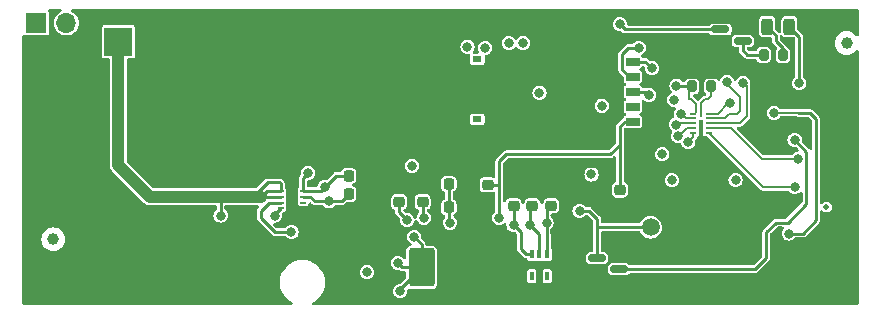
<source format=gbr>
%TF.GenerationSoftware,KiCad,Pcbnew,8.0.5*%
%TF.CreationDate,2024-09-13T15:02:38+03:00*%
%TF.ProjectId,LEXI-R422,4c455849-2d52-4343-9232-2e6b69636164,rev?*%
%TF.SameCoordinates,Original*%
%TF.FileFunction,Copper,L1,Top*%
%TF.FilePolarity,Positive*%
%FSLAX46Y46*%
G04 Gerber Fmt 4.6, Leading zero omitted, Abs format (unit mm)*
G04 Created by KiCad (PCBNEW 8.0.5) date 2024-09-13 15:02:38*
%MOMM*%
%LPD*%
G01*
G04 APERTURE LIST*
G04 Aperture macros list*
%AMRoundRect*
0 Rectangle with rounded corners*
0 $1 Rounding radius*
0 $2 $3 $4 $5 $6 $7 $8 $9 X,Y pos of 4 corners*
0 Add a 4 corners polygon primitive as box body*
4,1,4,$2,$3,$4,$5,$6,$7,$8,$9,$2,$3,0*
0 Add four circle primitives for the rounded corners*
1,1,$1+$1,$2,$3*
1,1,$1+$1,$4,$5*
1,1,$1+$1,$6,$7*
1,1,$1+$1,$8,$9*
0 Add four rect primitives between the rounded corners*
20,1,$1+$1,$2,$3,$4,$5,0*
20,1,$1+$1,$4,$5,$6,$7,0*
20,1,$1+$1,$6,$7,$8,$9,0*
20,1,$1+$1,$8,$9,$2,$3,0*%
G04 Aperture macros list end*
%TA.AperFunction,SMDPad,CuDef*%
%ADD10RoundRect,0.225000X0.250000X-0.225000X0.250000X0.225000X-0.250000X0.225000X-0.250000X-0.225000X0*%
%TD*%
%TA.AperFunction,SMDPad,CuDef*%
%ADD11RoundRect,0.250001X-0.837499X-1.399999X0.837499X-1.399999X0.837499X1.399999X-0.837499X1.399999X0*%
%TD*%
%TA.AperFunction,SMDPad,CuDef*%
%ADD12RoundRect,0.225000X-0.225000X-0.250000X0.225000X-0.250000X0.225000X0.250000X-0.225000X0.250000X0*%
%TD*%
%TA.AperFunction,SMDPad,CuDef*%
%ADD13R,0.350000X0.800000*%
%TD*%
%TA.AperFunction,SMDPad,CuDef*%
%ADD14RoundRect,0.150000X-0.587500X-0.150000X0.587500X-0.150000X0.587500X0.150000X-0.587500X0.150000X0*%
%TD*%
%TA.AperFunction,SMDPad,CuDef*%
%ADD15R,1.150000X0.650000*%
%TD*%
%TA.AperFunction,SMDPad,CuDef*%
%ADD16R,1.300000X0.450000*%
%TD*%
%TA.AperFunction,SMDPad,CuDef*%
%ADD17R,1.700000X1.400000*%
%TD*%
%TA.AperFunction,SMDPad,CuDef*%
%ADD18R,0.800000X0.540000*%
%TD*%
%TA.AperFunction,SMDPad,CuDef*%
%ADD19R,0.600000X0.200000*%
%TD*%
%TA.AperFunction,SMDPad,CuDef*%
%ADD20R,0.150000X0.250000*%
%TD*%
%TA.AperFunction,SMDPad,CuDef*%
%ADD21R,0.200000X0.600000*%
%TD*%
%TA.AperFunction,SMDPad,CuDef*%
%ADD22C,1.500000*%
%TD*%
%TA.AperFunction,SMDPad,CuDef*%
%ADD23RoundRect,0.200000X-0.200000X-0.275000X0.200000X-0.275000X0.200000X0.275000X-0.200000X0.275000X0*%
%TD*%
%TA.AperFunction,SMDPad,CuDef*%
%ADD24RoundRect,0.062500X-0.187500X-0.062500X0.187500X-0.062500X0.187500X0.062500X-0.187500X0.062500X0*%
%TD*%
%TA.AperFunction,ComponentPad*%
%ADD25C,0.600000*%
%TD*%
%TA.AperFunction,SMDPad,CuDef*%
%ADD26R,0.900000X1.600000*%
%TD*%
%TA.AperFunction,ComponentPad*%
%ADD27R,2.400000X2.400000*%
%TD*%
%TA.AperFunction,ComponentPad*%
%ADD28C,2.400000*%
%TD*%
%TA.AperFunction,SMDPad,CuDef*%
%ADD29C,1.000000*%
%TD*%
%TA.AperFunction,SMDPad,CuDef*%
%ADD30RoundRect,0.200000X0.200000X0.275000X-0.200000X0.275000X-0.200000X-0.275000X0.200000X-0.275000X0*%
%TD*%
%TA.AperFunction,ComponentPad*%
%ADD31R,1.700000X1.700000*%
%TD*%
%TA.AperFunction,ComponentPad*%
%ADD32O,1.700000X1.700000*%
%TD*%
%TA.AperFunction,SMDPad,CuDef*%
%ADD33RoundRect,0.225000X-0.250000X0.225000X-0.250000X-0.225000X0.250000X-0.225000X0.250000X0.225000X0*%
%TD*%
%TA.AperFunction,SMDPad,CuDef*%
%ADD34C,0.500000*%
%TD*%
%TA.AperFunction,SMDPad,CuDef*%
%ADD35RoundRect,0.243750X-0.243750X-0.456250X0.243750X-0.456250X0.243750X0.456250X-0.243750X0.456250X0*%
%TD*%
%TA.AperFunction,SMDPad,CuDef*%
%ADD36RoundRect,0.150000X0.587500X0.150000X-0.587500X0.150000X-0.587500X-0.150000X0.587500X-0.150000X0*%
%TD*%
%TA.AperFunction,ViaPad*%
%ADD37C,0.400000*%
%TD*%
%TA.AperFunction,ViaPad*%
%ADD38C,0.800000*%
%TD*%
%TA.AperFunction,Conductor*%
%ADD39C,0.250000*%
%TD*%
%TA.AperFunction,Conductor*%
%ADD40C,0.200000*%
%TD*%
%TA.AperFunction,Conductor*%
%ADD41C,1.000000*%
%TD*%
G04 APERTURE END LIST*
D10*
%TO.P,C1,1*%
%TO.N,/uRST*%
X48400000Y5625000D03*
%TO.P,C1,2*%
%TO.N,GND*%
X48400000Y7175000D03*
%TD*%
%TO.P,C2,1*%
%TO.N,/uCLK*%
X46800000Y5625000D03*
%TO.P,C2,2*%
%TO.N,GND*%
X46800000Y7175000D03*
%TD*%
%TO.P,C3,1*%
%TO.N,/uData*%
X45200000Y5625000D03*
%TO.P,C3,2*%
%TO.N,GND*%
X45200000Y7175000D03*
%TD*%
%TO.P,C4,1*%
%TO.N,GND*%
X54200000Y5425000D03*
%TO.P,C4,2*%
%TO.N,/uVDD*%
X54200000Y6975000D03*
%TD*%
D11*
%TO.P,C6,1*%
%TO.N,/VBAT*%
X37412500Y400000D03*
%TO.P,C6,2*%
%TO.N,GND*%
X43787500Y400000D03*
%TD*%
D10*
%TO.P,C7,1*%
%TO.N,/VBAT*%
X37500000Y5950000D03*
%TO.P,C7,2*%
%TO.N,GND*%
X37500000Y7500000D03*
%TD*%
D12*
%TO.P,C8,1*%
%TO.N,/VBAT*%
X31250000Y8174800D03*
%TO.P,C8,2*%
%TO.N,GND*%
X32800000Y8174800D03*
%TD*%
%TO.P,C9,1*%
%TO.N,/VBAT*%
X39725000Y5500000D03*
%TO.P,C9,2*%
%TO.N,GND*%
X41275000Y5500000D03*
%TD*%
%TO.P,C10,1*%
%TO.N,/VBAT*%
X31250000Y6600000D03*
%TO.P,C10,2*%
%TO.N,GND*%
X32800000Y6600000D03*
%TD*%
%TO.P,C11,1*%
%TO.N,/VBAT*%
X39725000Y7500000D03*
%TO.P,C11,2*%
%TO.N,GND*%
X41275000Y7500000D03*
%TD*%
D10*
%TO.P,C12,1*%
%TO.N,/VBAT*%
X35500000Y5950000D03*
%TO.P,C12,2*%
%TO.N,GND*%
X35500000Y7500000D03*
%TD*%
D13*
%TO.P,D1,1*%
%TO.N,unconnected-(D1-Pad1)*%
X46750000Y-350000D03*
%TO.P,D1,2*%
%TO.N,GND*%
X47400000Y-350000D03*
%TO.P,D1,3*%
%TO.N,unconnected-(D1-Pad3)*%
X48050000Y-350000D03*
%TO.P,D1,4*%
%TO.N,/uRST*%
X48050000Y1550000D03*
%TO.P,D1,5*%
%TO.N,/uCLK*%
X47400000Y1550000D03*
%TO.P,D1,6*%
%TO.N,/uData*%
X46750000Y1550000D03*
%TD*%
D14*
%TO.P,Q8,1,B*%
%TO.N,/Network*%
X62725000Y20550000D03*
%TO.P,Q8,2,E*%
%TO.N,GND*%
X62725000Y18650000D03*
%TO.P,Q8,3,C*%
%TO.N,Net-(Q8-C)*%
X64600000Y19600000D03*
%TD*%
D15*
%TO.P,J11,C1,VCC*%
%TO.N,/uVDD*%
X55295000Y12745000D03*
%TO.P,J11,C2,RST*%
%TO.N,/uRST*%
X55295000Y15285000D03*
%TO.P,J11,C3,CLK*%
%TO.N,/uCLK*%
X55295000Y17825000D03*
%TO.P,J11,C5,GND*%
%TO.N,GND*%
X55295000Y11475000D03*
%TO.P,J11,C6,VPP*%
%TO.N,unconnected-(J11-VPP-PadC6)*%
X55295000Y14015000D03*
%TO.P,J11,C7,I/O*%
%TO.N,/uData*%
X55295000Y16555000D03*
D16*
%TO.P,J11,G1,GND*%
%TO.N,GND*%
X53125000Y9230000D03*
%TO.P,J11,G2,GND*%
X51125000Y9230000D03*
%TO.P,J11,G3,GND*%
X53125000Y21770000D03*
%TO.P,J11,G4,GND*%
X51125000Y21770000D03*
D17*
%TO.P,J11,G5,GND*%
X41565000Y21605000D03*
%TO.P,J11,G6,GND*%
X41565000Y9395000D03*
D18*
%TO.P,J11,X1*%
%TO.N,N/C*%
X42145000Y12960000D03*
%TO.P,J11,X2*%
X42145000Y18040000D03*
%TD*%
D19*
%TO.P,U2,1,VCCA*%
%TO.N,/VDD_EXT*%
X60425000Y13425000D03*
D20*
X60650000Y13600000D03*
D19*
%TO.P,U2,2,A1*%
%TO.N,/DTR*%
X60425000Y13025000D03*
%TO.P,U2,3,A2*%
%TO.N,/DCD*%
X60425000Y12625000D03*
%TO.P,U2,4,A3*%
%TO.N,/RXD*%
X60425000Y12225000D03*
%TO.P,U2,5,A4*%
%TO.N,/TXD*%
X60425000Y11825000D03*
D21*
%TO.P,U2,6,GND*%
%TO.N,GND*%
X61075000Y11825000D03*
D19*
%TO.P,U2,7,B4*%
%TO.N,/RxD*%
X61725000Y11825000D03*
%TO.P,U2,8,B3*%
%TO.N,/TxD*%
X61725000Y12225000D03*
%TO.P,U2,9,B2*%
%TO.N,/uDCD*%
X61725000Y12625000D03*
%TO.P,U2,10,B1*%
%TO.N,/uDTR*%
X61725000Y13025000D03*
%TO.P,U2,11,VCCB*%
%TO.N,/+3V3_UC*%
X61725000Y13425000D03*
D21*
%TO.P,U2,12,OE*%
%TO.N,Net-(U2-OE)*%
X61075000Y13425000D03*
%TD*%
D22*
%TO.P,TP4,1,1*%
%TO.N,/PWRKEY*%
X56800000Y3800000D03*
%TD*%
D23*
%TO.P,R3,1*%
%TO.N,/VDD_EXT*%
X60300000Y15725000D03*
%TO.P,R3,2*%
%TO.N,Net-(U2-OE)*%
X61950000Y15725000D03*
%TD*%
D24*
%TO.P,U1,1,VIN*%
%TO.N,/+3V6d*%
X25500000Y6900000D03*
%TO.P,U1,2,VIN*%
X25500000Y6400000D03*
%TO.P,U1,3,ON*%
%TO.N,/Alim*%
X25500000Y5900000D03*
%TO.P,U1,4,VBIAS*%
%TO.N,/+3V6d*%
X25500000Y5400000D03*
%TO.P,U1,5,GND*%
%TO.N,GND*%
X27400000Y5400000D03*
%TO.P,U1,6,CT*%
%TO.N,unconnected-(U1-CT-Pad6)*%
X27400000Y5900000D03*
%TO.P,U1,7,VOUT*%
%TO.N,/VBAT*%
X27400000Y6400000D03*
%TO.P,U1,8,VOUT*%
X27400000Y6900000D03*
D25*
%TO.P,U1,9,PAD*%
%TO.N,GND*%
X26450000Y6650000D03*
D26*
X26450000Y6150000D03*
D25*
X26450000Y5650000D03*
%TD*%
D27*
%TO.P,BT1,1,+*%
%TO.N,/+3V6d*%
X11750000Y19500000D03*
D28*
%TO.P,BT1,2,-*%
%TO.N,GND*%
X11750000Y-1500000D03*
%TO.P,BT1,3,-*%
X15500000Y-1500000D03*
%TO.P,BT1,4,-*%
X8000000Y-1500000D03*
%TD*%
D29*
%TO.P,FID1,*%
%TO.N,*%
X73400000Y19400000D03*
%TD*%
D30*
%TO.P,R2,1*%
%TO.N,Net-(D2-K)*%
X68025000Y18400000D03*
%TO.P,R2,2*%
%TO.N,Net-(Q8-C)*%
X66375000Y18400000D03*
%TD*%
D31*
%TO.P,J1,1,Pin_1*%
%TO.N,/+3V6*%
X4800000Y21100000D03*
D32*
%TO.P,J1,2,Pin_2*%
%TO.N,/+3V6d*%
X7340000Y21100000D03*
%TD*%
D29*
%TO.P,FID4,*%
%TO.N,*%
X6223000Y2794000D03*
%TD*%
D33*
%TO.P,C15,1*%
%TO.N,/uVDD*%
X43000000Y7400000D03*
%TO.P,C15,2*%
%TO.N,GND*%
X43000000Y5850000D03*
%TD*%
D34*
%TO.P,TP1,1,1*%
%TO.N,unconnected-(TP1-Pad1)*%
X71689600Y5511800D03*
%TD*%
D35*
%TO.P,D2,1,K*%
%TO.N,Net-(D2-K)*%
X66662500Y20800000D03*
%TO.P,D2,2,A*%
%TO.N,/VBAT*%
X68537500Y20800000D03*
%TD*%
D36*
%TO.P,Q3,1,B*%
%TO.N,/uPWRKEY*%
X54137500Y250000D03*
%TO.P,Q3,2,E*%
%TO.N,GND*%
X54137500Y2150000D03*
%TO.P,Q3,3,C*%
%TO.N,/PWRKEY*%
X52262500Y1200000D03*
%TD*%
D37*
%TO.N,GND*%
X22833000Y15636343D03*
X72333000Y9636343D03*
X13833000Y17136343D03*
X70833000Y-863657D03*
X15333000Y20136343D03*
X21333000Y15636343D03*
X10833000Y5136343D03*
X72333000Y6636343D03*
X72333000Y3636343D03*
X22833000Y17136343D03*
X35400000Y15200000D03*
X24333000Y18636343D03*
X25833000Y21636343D03*
X32400000Y15000000D03*
X15333000Y5136343D03*
X34833000Y12636343D03*
X36333000Y11136343D03*
X57333000Y-2363657D03*
X55833000Y-2363657D03*
X18333000Y-2363657D03*
X73833000Y-863657D03*
X15333000Y9636343D03*
X10833000Y636343D03*
X27333000Y21636343D03*
X15333000Y8136343D03*
X36333000Y18636343D03*
X25833000Y9636343D03*
X13833000Y21636343D03*
X29000000Y17400000D03*
X73833000Y6636343D03*
X21333000Y-2363657D03*
X73833000Y5136343D03*
X18333000Y-863657D03*
X13833000Y20136343D03*
X4833000Y12636343D03*
X69333000Y636343D03*
X73833000Y3636343D03*
X4833000Y636343D03*
X25833000Y17136343D03*
X36333000Y21636343D03*
X60333000Y-2363657D03*
X34833000Y11136343D03*
X36333000Y20136343D03*
X27333000Y11136343D03*
X4833000Y2136343D03*
X7833000Y636343D03*
X58833000Y-2363657D03*
X70833000Y2136343D03*
X25833000Y18636343D03*
X15333000Y11136343D03*
X9333000Y17136343D03*
X30333000Y12636343D03*
X4833000Y-863657D03*
X73833000Y2136343D03*
X28800000Y18000000D03*
X31800000Y15000000D03*
X49833000Y2136343D03*
X37833000Y21636343D03*
X15333000Y12636343D03*
X27333000Y14136343D03*
X63333000Y-2363657D03*
X72333000Y11136343D03*
D38*
X18135600Y16179800D03*
D37*
X45333000Y-2363657D03*
X12333000Y21636343D03*
X9333000Y636343D03*
X13833000Y14136343D03*
X49833000Y-2363657D03*
X15333000Y18636343D03*
X32400000Y17200000D03*
X30333000Y636343D03*
X4833000Y3636343D03*
X24333000Y20136343D03*
X73833000Y11136343D03*
X73833000Y9636343D03*
X30600000Y17000000D03*
X24333000Y636343D03*
X48333000Y-2363657D03*
X51333000Y18636343D03*
X33333000Y12636343D03*
X39333000Y20136343D03*
X13833000Y18636343D03*
X7833000Y18636343D03*
X24333000Y-2363657D03*
X25833000Y20136343D03*
X33000000Y15000000D03*
X31833000Y12636343D03*
X21333000Y14136343D03*
X40833000Y-2363657D03*
X43833000Y-2363657D03*
X72333000Y636343D03*
X61833000Y-2363657D03*
X33333000Y18636343D03*
X33333000Y11136343D03*
X58833000Y2136343D03*
X45333000Y21636343D03*
X24333000Y21636343D03*
X28833000Y12636343D03*
X15333000Y14136343D03*
X37833000Y20136343D03*
X24333000Y14136343D03*
X55833000Y6636343D03*
X39333000Y21636343D03*
X72333000Y14136343D03*
X30333000Y-863657D03*
X46833000Y-2363657D03*
X9333000Y18636343D03*
X72333000Y2136343D03*
X58833000Y3636343D03*
X33333000Y-2363657D03*
X46833000Y21636343D03*
X69333000Y-2363657D03*
X13833000Y9636343D03*
X73833000Y12636343D03*
X13833000Y11136343D03*
X25833000Y12636343D03*
X27333000Y15636343D03*
X7833000Y2136343D03*
X36000000Y15200000D03*
D38*
X22707600Y21285200D03*
D37*
X15333000Y3636343D03*
X24333000Y17136343D03*
X31833000Y21636343D03*
X31200000Y15000000D03*
X55833000Y2136343D03*
X4833000Y5136343D03*
X51333000Y17136343D03*
X19833000Y14136343D03*
X67833000Y-2363657D03*
X4833000Y-2363657D03*
X39333000Y2136343D03*
X22833000Y-863657D03*
X16833000Y14136343D03*
X51333000Y15636343D03*
X7833000Y3636343D03*
X24333000Y-863657D03*
X52833000Y-2363657D03*
X72333000Y8136343D03*
X72333000Y-2363657D03*
X28800000Y15600000D03*
X18333000Y14136343D03*
X64833000Y-2363657D03*
X48333000Y20136343D03*
X25833000Y14136343D03*
X22833000Y14136343D03*
X31800000Y17200000D03*
X39333000Y-2363657D03*
X33333000Y21636343D03*
X4833000Y11136343D03*
X69333000Y-863657D03*
X42333000Y-2363657D03*
X33333000Y9636343D03*
X13833000Y12636343D03*
X31200000Y17200000D03*
X15333000Y21636343D03*
X25833000Y11136343D03*
X19833000Y-863657D03*
X48333000Y21636343D03*
X21333000Y-863657D03*
X34833000Y20136343D03*
X54333000Y-2363657D03*
X58833000Y5136343D03*
X13833000Y15636343D03*
X36333000Y12636343D03*
X37833000Y-2363657D03*
X70833000Y-2363657D03*
X6333000Y636343D03*
X19833000Y15636343D03*
X31833000Y-2363657D03*
X28800000Y16800000D03*
X27333000Y12636343D03*
X67833000Y636343D03*
X34800000Y17200000D03*
X30800000Y18200000D03*
X64833000Y-863657D03*
X34833000Y18636343D03*
X19833000Y-2363657D03*
X36600000Y17000000D03*
X36000000Y17000000D03*
X57333000Y2136343D03*
X10833000Y3636343D03*
X30333000Y-2363657D03*
X22833000Y-2363657D03*
X13833000Y5136343D03*
X73833000Y8136343D03*
X33000000Y17200000D03*
X27333000Y17136343D03*
X22833000Y18636343D03*
X4833000Y14136343D03*
X33600000Y15000000D03*
X70833000Y636343D03*
X9333000Y2136343D03*
X66333000Y-2363657D03*
X35400000Y17000000D03*
X25833000Y15636343D03*
X73833000Y-2363657D03*
X72333000Y12636343D03*
X9333000Y3636343D03*
X30800000Y17600000D03*
X40833000Y2136343D03*
X33333000Y20136343D03*
X34833000Y21636343D03*
X33600000Y17200000D03*
X72333000Y-863657D03*
X34200000Y17200000D03*
X73833000Y636343D03*
X28800000Y16200000D03*
X64833000Y21636343D03*
X36600000Y15200000D03*
X24333000Y15636343D03*
X10833000Y2136343D03*
X42333000Y3636343D03*
X73833000Y14136343D03*
X34833000Y9636343D03*
X15333000Y15636343D03*
X51333000Y-2363657D03*
D38*
%TO.N,/uRST*%
X56675000Y15000000D03*
X48000000Y4200000D03*
%TO.N,/uCLK*%
X46600000Y4000000D03*
X56920000Y17280000D03*
%TO.N,/uData*%
X45200000Y4000000D03*
X55800000Y19000000D03*
%TO.N,/uVDD*%
X44000000Y4600000D03*
%TO.N,/VBAT*%
X29200000Y7200000D03*
X36200000Y4400000D03*
X69400000Y16000000D03*
X39800000Y4200000D03*
X35400000Y800000D03*
X37600000Y4600000D03*
X35600000Y-1600000D03*
X36800000Y3000000D03*
X29600000Y6000000D03*
X27800000Y8400000D03*
%TO.N,/uPWRKEY*%
X69000000Y11200000D03*
%TO.N,/uDTR*%
X63275000Y16125000D03*
%TO.N,/TxD*%
X69275000Y9600000D03*
%TO.N,/RxD*%
X69000000Y7200000D03*
%TO.N,/uDCD*%
X64625000Y16025000D03*
%TO.N,/RXD*%
X59148889Y11524985D03*
X41300000Y19100000D03*
%TO.N,/TXD*%
X60000000Y11000000D03*
X42800000Y19000000D03*
%TO.N,/VDD_EXT*%
X64002158Y7796763D03*
X36600000Y9000000D03*
X59000000Y15800000D03*
%TO.N,/DTR*%
X46000000Y19400000D03*
X59400000Y13400000D03*
%TO.N,/DCD*%
X58952785Y12505571D03*
X44800000Y19400000D03*
%TO.N,/PWRKEY*%
X50800000Y5200000D03*
%TO.N,/Alim*%
X32800000Y0D03*
X26400000Y3400000D03*
%TO.N,/+3V6d*%
X25000000Y4800000D03*
X20400000Y4800000D03*
%TO.N,/+3V3_UC*%
X68500000Y3275000D03*
X67250000Y13500000D03*
X63525000Y14300000D03*
%TO.N,/Vbus*%
X58800000Y14600000D03*
X52675000Y14100000D03*
%TO.N,/U5V*%
X58600000Y7800000D03*
X51800000Y8275000D03*
%TO.N,/P99*%
X47400000Y15200000D03*
X57800000Y10000000D03*
%TO.N,/Network*%
X54200000Y21000000D03*
%TD*%
D39*
%TO.N,/uRST*%
X48050000Y3050000D02*
X48000000Y3100000D01*
X48000000Y5225000D02*
X48400000Y5625000D01*
X48050000Y1550000D02*
X48050000Y3050000D01*
X56600000Y15000000D02*
X56315000Y15285000D01*
X48000000Y3100000D02*
X48000000Y4200000D01*
X56315000Y15285000D02*
X55295000Y15285000D01*
X48000000Y4200000D02*
X48000000Y5225000D01*
X56675000Y15000000D02*
X56600000Y15000000D01*
%TO.N,/uCLK*%
X47400000Y3200000D02*
X46600000Y4000000D01*
X56920000Y17280000D02*
X56375000Y17825000D01*
X46600000Y4000000D02*
X46600000Y5425000D01*
X46600000Y5425000D02*
X46800000Y5625000D01*
X47400000Y1550000D02*
X47400000Y3200000D01*
X56375000Y17825000D02*
X55295000Y17825000D01*
%TO.N,/uData*%
X45800000Y2000000D02*
X46250000Y1550000D01*
X55015000Y16555000D02*
X55295000Y16555000D01*
X45800000Y3400000D02*
X45800000Y2000000D01*
X54395000Y17175000D02*
X55015000Y16555000D01*
X46250000Y1550000D02*
X46750000Y1550000D01*
X45200000Y4000000D02*
X45200000Y5625000D01*
X45200000Y4000000D02*
X45800000Y3400000D01*
X54920000Y19000000D02*
X54395000Y18475000D01*
X54395000Y18475000D02*
X54395000Y17175000D01*
X55800000Y19000000D02*
X54920000Y19000000D01*
%TO.N,/uVDD*%
X43000000Y7425000D02*
X43975000Y7425000D01*
X44600000Y10000000D02*
X53400000Y10000000D01*
X54600000Y12745000D02*
X55295000Y12745000D01*
X54200000Y11000000D02*
X54200000Y12345000D01*
X44000000Y4600000D02*
X44000000Y7400000D01*
X53400000Y10000000D02*
X54200000Y10800000D01*
X44000000Y7400000D02*
X44000000Y9400000D01*
X54200000Y12345000D02*
X54600000Y12745000D01*
X54200000Y10800000D02*
X54200000Y11000000D01*
X43975000Y7425000D02*
X44000000Y7400000D01*
X54200000Y6975000D02*
X54200000Y11000000D01*
X44000000Y9400000D02*
X44600000Y10000000D01*
%TO.N,/VBAT*%
X30650000Y6000000D02*
X31250000Y6600000D01*
X37412500Y400000D02*
X35600000Y-1412500D01*
X28900000Y6900000D02*
X29200000Y7200000D01*
X39725000Y5500000D02*
X39725000Y4275000D01*
X35600000Y-1412500D02*
X35600000Y-1600000D01*
X30174800Y8174800D02*
X31250000Y8174800D01*
X69400000Y19937500D02*
X69400000Y16000000D01*
X68537500Y20800000D02*
X69400000Y19937500D01*
X27400000Y8000000D02*
X27800000Y8400000D01*
X37500000Y4700000D02*
X37600000Y4600000D01*
X27400000Y6900000D02*
X27400000Y8000000D01*
X39725000Y4275000D02*
X39800000Y4200000D01*
X29200000Y7200000D02*
X30174800Y8174800D01*
X36200000Y4400000D02*
X35500000Y5100000D01*
X35800000Y400000D02*
X35400000Y800000D01*
X37412500Y2387500D02*
X36800000Y3000000D01*
X35500000Y5100000D02*
X35500000Y5950000D01*
X27400000Y6400000D02*
X28000000Y6400000D01*
X27400000Y6900000D02*
X28900000Y6900000D01*
X37500000Y5950000D02*
X37500000Y4700000D01*
X29600000Y6000000D02*
X30650000Y6000000D01*
X39725000Y7500000D02*
X39725000Y5500000D01*
X29400000Y6000000D02*
X29600000Y6000000D01*
X37412500Y400000D02*
X35800000Y400000D01*
X28000000Y6400000D02*
X28400000Y6000000D01*
X28400000Y6000000D02*
X29400000Y6000000D01*
X37412500Y400000D02*
X37412500Y2387500D01*
%TO.N,/uPWRKEY*%
X66600000Y3400000D02*
X66600000Y1200000D01*
X70000000Y5800000D02*
X68400000Y4200000D01*
X65650000Y250000D02*
X54137500Y250000D01*
X70000000Y10200000D02*
X70000000Y5800000D01*
X66600000Y1200000D02*
X65650000Y250000D01*
X68400000Y4200000D02*
X67400000Y4200000D01*
X69000000Y11200000D02*
X70000000Y10200000D01*
X67400000Y4200000D02*
X66600000Y3400000D01*
D40*
%TO.N,/uDTR*%
X64100000Y13425000D02*
X63475000Y13425000D01*
X64350000Y14875000D02*
X64350000Y13675000D01*
X63475000Y13425000D02*
X63075000Y13025000D01*
X64350000Y13675000D02*
X64100000Y13425000D01*
X63275000Y15950000D02*
X64350000Y14875000D01*
X63075000Y13025000D02*
X61725000Y13025000D01*
X63275000Y15950000D02*
X63275000Y16125000D01*
%TO.N,/TxD*%
X63600000Y12225000D02*
X61725000Y12225000D01*
X66225000Y9600000D02*
X63600000Y12225000D01*
X69275000Y9600000D02*
X66225000Y9600000D01*
%TO.N,/RxD*%
X69000000Y7200000D02*
X66350000Y7200000D01*
X66350000Y7200000D02*
X61725000Y11825000D01*
%TO.N,/uDCD*%
X61725000Y12625000D02*
X64350000Y12625000D01*
X64950000Y15800000D02*
X64725000Y16025000D01*
X64350000Y12625000D02*
X64950000Y13225000D01*
X64725000Y16025000D02*
X64625000Y16025000D01*
X64950000Y13225000D02*
X64950000Y15800000D01*
%TO.N,/RXD*%
X59200000Y11576096D02*
X59148889Y11524985D01*
X59925000Y12225000D02*
X59300000Y11600000D01*
X60425000Y12225000D02*
X59925000Y12225000D01*
X59200000Y11600000D02*
X59200000Y11576096D01*
X59300000Y11600000D02*
X59200000Y11600000D01*
%TO.N,/TXD*%
X60425000Y11425000D02*
X60000000Y11000000D01*
X60425000Y11825000D02*
X60425000Y11425000D01*
%TO.N,/VDD_EXT*%
X60225000Y14625000D02*
X60025000Y14625000D01*
X60300000Y15725000D02*
X60025000Y15450000D01*
D39*
X60225000Y15800000D02*
X60300000Y15725000D01*
X59000000Y15800000D02*
X60225000Y15800000D01*
D40*
X60025000Y15450000D02*
X60025000Y14625000D01*
X60650000Y14200000D02*
X60225000Y14625000D01*
X60650000Y13600000D02*
X60650000Y14200000D01*
%TO.N,/DTR*%
X59775000Y13025000D02*
X59400000Y13400000D01*
X60425000Y13025000D02*
X59775000Y13025000D01*
%TO.N,/DCD*%
X60425000Y12625000D02*
X59025000Y12625000D01*
X59025000Y12625000D02*
X58952785Y12552785D01*
X58952785Y12552785D02*
X58952785Y12505571D01*
D39*
%TO.N,/PWRKEY*%
X51600000Y5200000D02*
X50800000Y5200000D01*
X52262500Y1200000D02*
X52262500Y3800000D01*
X52262500Y3800000D02*
X52262500Y4537500D01*
X56800000Y3800000D02*
X52262500Y3800000D01*
X52262500Y4537500D02*
X51600000Y5200000D01*
%TO.N,/Alim*%
X24500000Y5900000D02*
X23800000Y5200000D01*
X25000000Y3400000D02*
X26400000Y3400000D01*
X25500000Y5900000D02*
X24500000Y5900000D01*
X23800000Y4600000D02*
X25000000Y3400000D01*
X23800000Y5200000D02*
X23800000Y4600000D01*
D40*
%TO.N,Net-(U2-OE)*%
X61075000Y14300000D02*
X61400000Y14625000D01*
X61075000Y13425000D02*
X61075000Y14300000D01*
X61675000Y14625000D02*
X61950000Y14900000D01*
X61400000Y14625000D02*
X61675000Y14625000D01*
X61950000Y14900000D02*
X61950000Y15725000D01*
D39*
%TO.N,/+3V6d*%
X25500000Y6400000D02*
X23600000Y6400000D01*
X25500000Y6900000D02*
X24300000Y6900000D01*
X20400000Y4800000D02*
X20400000Y6200000D01*
X24400000Y7600000D02*
X23600000Y6800000D01*
D41*
X20600000Y6400000D02*
X23600000Y6400000D01*
X14400000Y6400000D02*
X20600000Y6400000D01*
D39*
X23600000Y6800000D02*
X23600000Y6400000D01*
X25500000Y6900000D02*
X25500000Y7500000D01*
X24300000Y6900000D02*
X23800000Y6400000D01*
D41*
X11750000Y9050000D02*
X14400000Y6400000D01*
D39*
X25400000Y7600000D02*
X24400000Y7600000D01*
X20400000Y6200000D02*
X20600000Y6400000D01*
X25500000Y7500000D02*
X25400000Y7600000D01*
X25000000Y4900000D02*
X25000000Y4800000D01*
D41*
X11750000Y19500000D02*
X11750000Y9050000D01*
X23600000Y6400000D02*
X23800000Y6400000D01*
D39*
X25500000Y5400000D02*
X25000000Y4900000D01*
%TO.N,/+3V3_UC*%
X69300000Y13500000D02*
X70300000Y13500000D01*
X70800000Y4400000D02*
X69675000Y3275000D01*
X70800000Y13000000D02*
X70800000Y4400000D01*
D40*
X63400000Y14300000D02*
X63525000Y14300000D01*
D39*
X70300000Y13500000D02*
X70800000Y13000000D01*
D40*
X69300000Y13500000D02*
X67250000Y13500000D01*
D39*
X69675000Y3275000D02*
X68500000Y3275000D01*
D40*
X61725000Y13425000D02*
X62525000Y13425000D01*
X62525000Y13425000D02*
X63400000Y14300000D01*
D39*
%TO.N,Net-(D2-K)*%
X66662500Y20800000D02*
X67400000Y20062500D01*
X67400000Y19600000D02*
X68025000Y18975000D01*
X67400000Y20062500D02*
X67400000Y19600000D01*
X68025000Y18975000D02*
X68025000Y18400000D01*
%TO.N,/Network*%
X54200000Y21000000D02*
X54650000Y20550000D01*
X54650000Y20550000D02*
X62725000Y20550000D01*
%TO.N,Net-(Q8-C)*%
X65000000Y18400000D02*
X66375000Y18400000D01*
X64600000Y19600000D02*
X64600000Y18800000D01*
X64600000Y18800000D02*
X65000000Y18400000D01*
%TD*%
%TA.AperFunction,Conductor*%
%TO.N,GND*%
G36*
X32600000Y15900000D02*
G01*
X35400000Y15900000D01*
X35400000Y12800000D01*
X27500000Y12800000D01*
X27500000Y17900000D01*
X32600000Y17900000D01*
X32600000Y15900000D01*
G37*
%TD.AperFunction*%
%TD*%
%TA.AperFunction,Conductor*%
%TO.N,GND*%
G36*
X6892473Y22264398D02*
G01*
X6938966Y22210742D01*
X6949070Y22140468D01*
X6919576Y22075888D01*
X6883750Y22047279D01*
X6753550Y21977685D01*
X6593590Y21846410D01*
X6462315Y21686450D01*
X6462313Y21686447D01*
X6364768Y21503954D01*
X6304698Y21305927D01*
X6284417Y21100003D01*
X6284417Y21099996D01*
X6304698Y20894072D01*
X6364768Y20696045D01*
X6462313Y20513552D01*
X6593590Y20353590D01*
X6753552Y20222313D01*
X6936045Y20124768D01*
X7134072Y20064698D01*
X7339997Y20044417D01*
X7340000Y20044417D01*
X7340003Y20044417D01*
X7545927Y20064698D01*
X7631224Y20090572D01*
X7743954Y20124768D01*
X7872568Y20193514D01*
X7926447Y20222313D01*
X7926448Y20222314D01*
X7926450Y20222315D01*
X8086410Y20353590D01*
X8217685Y20513550D01*
X8315232Y20696046D01*
X8322422Y20719750D01*
X10349500Y20719750D01*
X10349500Y18280249D01*
X10361132Y18221771D01*
X10361133Y18221768D01*
X10405448Y18155448D01*
X10471768Y18111133D01*
X10471771Y18111132D01*
X10530249Y18099500D01*
X10530252Y18099500D01*
X10923500Y18099500D01*
X10991621Y18079498D01*
X11038114Y18025842D01*
X11049500Y17973500D01*
X11049500Y8981002D01*
X11076420Y8845671D01*
X11076421Y8845668D01*
X11129225Y8718189D01*
X11205885Y8603458D01*
X11205890Y8603452D01*
X13953452Y5855890D01*
X13953458Y5855885D01*
X14068189Y5779225D01*
X14195668Y5726421D01*
X14195671Y5726420D01*
X14331002Y5699500D01*
X14331006Y5699500D01*
X14331007Y5699500D01*
X19948500Y5699500D01*
X20016621Y5679498D01*
X20063114Y5625842D01*
X20074500Y5573500D01*
X20074500Y5369285D01*
X20054498Y5301164D01*
X20025203Y5269322D01*
X20022010Y5266872D01*
X19980248Y5234827D01*
X19971718Y5228282D01*
X19881462Y5110657D01*
X19875465Y5102842D01*
X19875463Y5102839D01*
X19814955Y4956760D01*
X19794318Y4800000D01*
X19794318Y4799999D01*
X19814955Y4643239D01*
X19875463Y4497160D01*
X19875465Y4497157D01*
X19971718Y4371718D01*
X20097157Y4275465D01*
X20097160Y4275463D01*
X20243239Y4214955D01*
X20400000Y4194318D01*
X20556760Y4214955D01*
X20702839Y4275463D01*
X20702842Y4275465D01*
X20828282Y4371718D01*
X20924536Y4497159D01*
X20985044Y4643238D01*
X20997243Y4735899D01*
X21005682Y4799999D01*
X21005682Y4800000D01*
X21001059Y4835113D01*
X20985044Y4956762D01*
X20924536Y5102841D01*
X20828282Y5228282D01*
X20774796Y5269322D01*
X20732929Y5326659D01*
X20725500Y5369285D01*
X20725500Y5573500D01*
X20745502Y5641621D01*
X20799158Y5688114D01*
X20851500Y5699500D01*
X23531007Y5699500D01*
X23534982Y5699500D01*
X23603103Y5679498D01*
X23649596Y5625842D01*
X23659700Y5555568D01*
X23630206Y5490988D01*
X23624077Y5484405D01*
X23539540Y5399868D01*
X23539532Y5399858D01*
X23496684Y5325643D01*
X23496680Y5325633D01*
X23492919Y5311596D01*
X23482370Y5272224D01*
X23474500Y5242853D01*
X23474500Y4642853D01*
X23474500Y4557147D01*
X23496682Y4474361D01*
X23496683Y4474359D01*
X23496684Y4474356D01*
X23539532Y4400141D01*
X23539540Y4400131D01*
X24800131Y3139540D01*
X24800141Y3139532D01*
X24874356Y3096684D01*
X24874359Y3096683D01*
X24874361Y3096682D01*
X24957147Y3074500D01*
X25042853Y3074500D01*
X25830714Y3074500D01*
X25898835Y3054498D01*
X25930676Y3025204D01*
X25971715Y2971720D01*
X26097157Y2875465D01*
X26097160Y2875463D01*
X26243239Y2814955D01*
X26400000Y2794318D01*
X26556760Y2814955D01*
X26702839Y2875463D01*
X26702842Y2875465D01*
X26828282Y2971718D01*
X26924536Y3097159D01*
X26985044Y3243238D01*
X27005682Y3400000D01*
X26985044Y3556762D01*
X26924536Y3702841D01*
X26828282Y3828282D01*
X26702841Y3924536D01*
X26556762Y3985044D01*
X26400000Y4005682D01*
X26243238Y3985044D01*
X26097159Y3924536D01*
X25971718Y3828282D01*
X25971716Y3828280D01*
X25971715Y3828279D01*
X25930676Y3774796D01*
X25873338Y3732929D01*
X25830714Y3725500D01*
X25187017Y3725500D01*
X25118896Y3745502D01*
X25097927Y3762399D01*
X24877834Y3982492D01*
X24843812Y4044800D01*
X24848876Y4115616D01*
X24891423Y4172452D01*
X24957943Y4197263D01*
X24983377Y4196506D01*
X24999998Y4194318D01*
X25000000Y4194318D01*
X25156760Y4214955D01*
X25302839Y4275463D01*
X25302842Y4275465D01*
X25428282Y4371718D01*
X25524536Y4497159D01*
X25585044Y4643238D01*
X25605682Y4800000D01*
X25588296Y4932056D01*
X25599235Y5002202D01*
X25646363Y5055301D01*
X25707349Y5072820D01*
X25707244Y5073895D01*
X25713098Y5074471D01*
X25713198Y5074500D01*
X25713388Y5074500D01*
X25713405Y5074501D01*
X25790117Y5089760D01*
X25877112Y5147887D01*
X25917749Y5208706D01*
X25935240Y5234883D01*
X25950500Y5311599D01*
X25950499Y5488400D01*
X25935240Y5565117D01*
X25925297Y5579996D01*
X25904081Y5647748D01*
X25922862Y5716215D01*
X25925298Y5720004D01*
X25935239Y5734881D01*
X25935240Y5734883D01*
X25948220Y5800139D01*
X25950500Y5811599D01*
X25950499Y5988400D01*
X25935240Y6065117D01*
X25925297Y6079998D01*
X25904081Y6147748D01*
X25922862Y6216215D01*
X25925298Y6220004D01*
X25935239Y6234881D01*
X25935240Y6234883D01*
X25949809Y6308127D01*
X25950500Y6311599D01*
X25950499Y6488400D01*
X25935240Y6565117D01*
X25925297Y6579998D01*
X25904081Y6647748D01*
X25922862Y6716215D01*
X25925298Y6720004D01*
X25935239Y6734881D01*
X25935240Y6734883D01*
X25938003Y6748773D01*
X25950500Y6811599D01*
X25950499Y6988400D01*
X25950498Y6988403D01*
X26949500Y6988403D01*
X26949500Y6811602D01*
X26949501Y6811593D01*
X26964759Y6734885D01*
X26964759Y6734883D01*
X26964760Y6734883D01*
X26974705Y6719998D01*
X26995918Y6652246D01*
X26977134Y6583780D01*
X26974703Y6579998D01*
X26964760Y6565117D01*
X26964759Y6565116D01*
X26949500Y6488403D01*
X26949500Y6311602D01*
X26949501Y6311593D01*
X26964759Y6234885D01*
X26964759Y6234883D01*
X26964760Y6234883D01*
X26974705Y6219998D01*
X26995918Y6152246D01*
X26977134Y6083780D01*
X26974703Y6079998D01*
X26964760Y6065117D01*
X26964759Y6065116D01*
X26949500Y5988403D01*
X26949500Y5811602D01*
X26949501Y5811593D01*
X26964759Y5734882D01*
X27022887Y5647887D01*
X27109882Y5589760D01*
X27109883Y5589759D01*
X27186597Y5574500D01*
X27186599Y5574500D01*
X27613397Y5574500D01*
X27613406Y5574501D01*
X27690117Y5589759D01*
X27777112Y5647887D01*
X27829586Y5726421D01*
X27835240Y5734883D01*
X27850500Y5811599D01*
X27850500Y5811600D01*
X27850564Y5811921D01*
X27883472Y5874830D01*
X27945167Y5909962D01*
X28016062Y5906162D01*
X28063238Y5876435D01*
X28139534Y5800139D01*
X28139535Y5800138D01*
X28156185Y5783488D01*
X28200136Y5739536D01*
X28200141Y5739532D01*
X28274357Y5696683D01*
X28306338Y5688114D01*
X28357147Y5674500D01*
X29030714Y5674500D01*
X29098835Y5654498D01*
X29130676Y5625204D01*
X29171715Y5571720D01*
X29297157Y5475465D01*
X29297160Y5475463D01*
X29443239Y5414955D01*
X29600000Y5394318D01*
X29756760Y5414955D01*
X29902839Y5475463D01*
X29902842Y5475465D01*
X29914493Y5484405D01*
X30028282Y5571718D01*
X30028284Y5571720D01*
X30069324Y5625204D01*
X30126662Y5667071D01*
X30169286Y5674500D01*
X30692851Y5674500D01*
X30692853Y5674500D01*
X30775639Y5696682D01*
X30775641Y5696683D01*
X30775643Y5696684D01*
X30849858Y5739532D01*
X30849859Y5739533D01*
X30849862Y5739535D01*
X30997923Y5887596D01*
X31060233Y5921620D01*
X31087017Y5924500D01*
X31508485Y5924500D01*
X31508488Y5924500D01*
X31608126Y5940281D01*
X31668173Y5970876D01*
X31728219Y6001471D01*
X31823528Y6096780D01*
X31846206Y6141288D01*
X31880446Y6208488D01*
X34824500Y6208488D01*
X34824500Y5691512D01*
X34840281Y5591874D01*
X34840281Y5591872D01*
X34840282Y5591872D01*
X34901471Y5471780D01*
X34996778Y5376473D01*
X34996781Y5376471D01*
X35089374Y5329292D01*
X35096537Y5325643D01*
X35105703Y5320973D01*
X35157318Y5272224D01*
X35174500Y5208706D01*
X35174500Y5142853D01*
X35174500Y5057147D01*
X35196682Y4974361D01*
X35196683Y4974359D01*
X35196684Y4974356D01*
X35239532Y4900141D01*
X35239537Y4900135D01*
X35567291Y4572380D01*
X35601316Y4510068D01*
X35603117Y4466839D01*
X35594318Y4400001D01*
X35594318Y4399999D01*
X35614955Y4243239D01*
X35675463Y4097160D01*
X35675465Y4097157D01*
X35771718Y3971718D01*
X35897157Y3875465D01*
X35897160Y3875463D01*
X36043239Y3814955D01*
X36200000Y3794318D01*
X36356760Y3814955D01*
X36502839Y3875463D01*
X36502842Y3875465D01*
X36509641Y3880682D01*
X36628282Y3971718D01*
X36724536Y4097159D01*
X36785044Y4243238D01*
X36799096Y4349974D01*
X36827818Y4414901D01*
X36887084Y4453993D01*
X36958075Y4454838D01*
X37018254Y4417168D01*
X37040425Y4381749D01*
X37075464Y4297159D01*
X37075465Y4297158D01*
X37075465Y4297157D01*
X37171718Y4171718D01*
X37297157Y4075465D01*
X37297160Y4075463D01*
X37443239Y4014955D01*
X37600000Y3994318D01*
X37756760Y4014955D01*
X37902839Y4075463D01*
X37902842Y4075465D01*
X38028282Y4171718D01*
X38124536Y4297159D01*
X38185044Y4443238D01*
X38200040Y4557147D01*
X38205682Y4599999D01*
X38205682Y4600000D01*
X38199990Y4643238D01*
X38185044Y4756762D01*
X38124536Y4902841D01*
X38028282Y5028282D01*
X37904016Y5123633D01*
X37862150Y5180970D01*
X37857928Y5251841D01*
X37892691Y5313744D01*
X37923518Y5335862D01*
X38003219Y5376471D01*
X38098528Y5471780D01*
X38122573Y5518971D01*
X38159719Y5591874D01*
X38175500Y5691512D01*
X38175500Y6208488D01*
X38159719Y6308126D01*
X38098528Y6428220D01*
X38003220Y6523528D01*
X37883126Y6584719D01*
X37783488Y6600500D01*
X37216512Y6600500D01*
X37116874Y6584719D01*
X36998758Y6524536D01*
X36996780Y6523528D01*
X36901471Y6428219D01*
X36883983Y6393896D01*
X36840281Y6308126D01*
X36824500Y6208488D01*
X36824500Y5691512D01*
X36840281Y5591874D01*
X36840281Y5591872D01*
X36840282Y5591872D01*
X36901471Y5471780D01*
X36996778Y5376473D01*
X36996781Y5376471D01*
X37089374Y5329292D01*
X37096537Y5325643D01*
X37105703Y5320973D01*
X37157318Y5272224D01*
X37174500Y5208706D01*
X37174500Y5074678D01*
X37154498Y5006557D01*
X37148462Y4997974D01*
X37075468Y4902847D01*
X37075463Y4902839D01*
X37014955Y4756760D01*
X37000903Y4650024D01*
X36972180Y4585097D01*
X36912915Y4546006D01*
X36841923Y4545161D01*
X36781745Y4582832D01*
X36759575Y4618248D01*
X36724536Y4702841D01*
X36628282Y4828282D01*
X36502841Y4924536D01*
X36356762Y4985044D01*
X36200000Y5005682D01*
X36133158Y4996881D01*
X36063013Y5007819D01*
X36027620Y5032705D01*
X35914281Y5146045D01*
X35880257Y5208356D01*
X35885323Y5279172D01*
X35927869Y5336008D01*
X35946175Y5347406D01*
X36003218Y5376471D01*
X36003221Y5376473D01*
X36098528Y5471780D01*
X36122573Y5518971D01*
X36159719Y5591874D01*
X36175500Y5691512D01*
X36175500Y6208488D01*
X36159719Y6308126D01*
X36098528Y6428220D01*
X36003220Y6523528D01*
X35883126Y6584719D01*
X35783488Y6600500D01*
X35216512Y6600500D01*
X35116874Y6584719D01*
X34998758Y6524536D01*
X34996780Y6523528D01*
X34901471Y6428219D01*
X34883983Y6393896D01*
X34840281Y6308126D01*
X34824500Y6208488D01*
X31880446Y6208488D01*
X31884719Y6216874D01*
X31900500Y6316512D01*
X31900500Y6883488D01*
X31884719Y6983126D01*
X31823528Y7103220D01*
X31728220Y7198528D01*
X31608126Y7259719D01*
X31587712Y7262952D01*
X31523562Y7293363D01*
X31486035Y7353632D01*
X31487049Y7424621D01*
X31526282Y7483793D01*
X31587712Y7511847D01*
X31608126Y7515081D01*
X31668173Y7545676D01*
X31728219Y7576271D01*
X31823528Y7671580D01*
X31827099Y7678588D01*
X31880548Y7783488D01*
X39074500Y7783488D01*
X39074500Y7216512D01*
X39090281Y7116874D01*
X39090281Y7116872D01*
X39090282Y7116872D01*
X39151471Y6996780D01*
X39246778Y6901473D01*
X39246783Y6901469D01*
X39330704Y6858709D01*
X39382319Y6809960D01*
X39399500Y6746443D01*
X39399500Y6253555D01*
X39379498Y6185434D01*
X39330703Y6141288D01*
X39246780Y6098528D01*
X39246778Y6098526D01*
X39151471Y6003219D01*
X39138420Y5977604D01*
X39090281Y5883126D01*
X39074500Y5783488D01*
X39074500Y5216512D01*
X39090281Y5116874D01*
X39090281Y5116872D01*
X39090282Y5116872D01*
X39151471Y4996780D01*
X39246778Y4901473D01*
X39246783Y4901469D01*
X39330704Y4858709D01*
X39382319Y4809960D01*
X39399500Y4746443D01*
X39399500Y4707259D01*
X39379498Y4639138D01*
X39373462Y4630555D01*
X39275468Y4502847D01*
X39275463Y4502839D01*
X39214955Y4356760D01*
X39194318Y4200000D01*
X39194318Y4199999D01*
X39214955Y4043239D01*
X39275463Y3897160D01*
X39275465Y3897157D01*
X39371718Y3771718D01*
X39497157Y3675465D01*
X39497160Y3675463D01*
X39643239Y3614955D01*
X39800000Y3594318D01*
X39956760Y3614955D01*
X40102839Y3675463D01*
X40102842Y3675465D01*
X40125499Y3692850D01*
X40228282Y3771718D01*
X40324536Y3897159D01*
X40385044Y4043238D01*
X40400451Y4160268D01*
X40405682Y4199999D01*
X40405682Y4200000D01*
X40399990Y4243238D01*
X40385044Y4356762D01*
X40324536Y4502841D01*
X40228282Y4628282D01*
X40162754Y4678562D01*
X40120889Y4735899D01*
X40116667Y4806770D01*
X40151431Y4868673D01*
X40182257Y4890791D01*
X40203218Y4901471D01*
X40203221Y4901473D01*
X40298528Y4996780D01*
X40314579Y5028282D01*
X40359719Y5116874D01*
X40375500Y5216512D01*
X40375500Y5783488D01*
X40359719Y5883126D01*
X40298528Y6003220D01*
X40203220Y6098528D01*
X40119297Y6141288D01*
X40067682Y6190036D01*
X40050500Y6253555D01*
X40050500Y6746443D01*
X40070502Y6814564D01*
X40119296Y6858709D01*
X40203216Y6901469D01*
X40203221Y6901473D01*
X40298528Y6996780D01*
X40359719Y7116874D01*
X40375500Y7216512D01*
X40375500Y7658488D01*
X42324500Y7658488D01*
X42324500Y7141512D01*
X42340281Y7041874D01*
X42340281Y7041872D01*
X42340282Y7041872D01*
X42401471Y6921780D01*
X42496780Y6826471D01*
X42616872Y6765282D01*
X42616874Y6765281D01*
X42716512Y6749500D01*
X42716515Y6749500D01*
X43283485Y6749500D01*
X43283488Y6749500D01*
X43383126Y6765281D01*
X43491297Y6820397D01*
X43561074Y6833501D01*
X43626859Y6806801D01*
X43667765Y6748773D01*
X43674500Y6708130D01*
X43674500Y5169285D01*
X43654498Y5101164D01*
X43625203Y5069322D01*
X43571718Y5028282D01*
X43516838Y4956760D01*
X43475465Y4902842D01*
X43475463Y4902839D01*
X43414955Y4756760D01*
X43394318Y4600000D01*
X43394318Y4599999D01*
X43414955Y4443239D01*
X43475463Y4297160D01*
X43475465Y4297157D01*
X43571718Y4171718D01*
X43697157Y4075465D01*
X43697160Y4075463D01*
X43843239Y4014955D01*
X44000000Y3994318D01*
X44156760Y4014955D01*
X44302839Y4075463D01*
X44302842Y4075465D01*
X44312097Y4082566D01*
X44396792Y4147555D01*
X44463013Y4173155D01*
X44532562Y4158890D01*
X44583357Y4109289D01*
X44599273Y4040099D01*
X44598418Y4031147D01*
X44594318Y4000001D01*
X44594318Y3999999D01*
X44614955Y3843239D01*
X44675463Y3697160D01*
X44675465Y3697157D01*
X44771718Y3571718D01*
X44897157Y3475465D01*
X44897160Y3475463D01*
X45043239Y3414955D01*
X45200000Y3394318D01*
X45200002Y3394318D01*
X45266839Y3403117D01*
X45336988Y3392177D01*
X45372380Y3367291D01*
X45437595Y3302077D01*
X45471620Y3239765D01*
X45474500Y3212983D01*
X45474500Y2042853D01*
X45474500Y1957147D01*
X45496682Y1874361D01*
X45496683Y1874359D01*
X45496684Y1874356D01*
X45539532Y1800141D01*
X45539540Y1800131D01*
X46050131Y1289540D01*
X46050141Y1289532D01*
X46124356Y1246684D01*
X46124359Y1246683D01*
X46124361Y1246682D01*
X46207147Y1224500D01*
X46252347Y1224500D01*
X46320468Y1204498D01*
X46366961Y1150842D01*
X46375926Y1123082D01*
X46386132Y1071771D01*
X46386133Y1071768D01*
X46422904Y1016738D01*
X46430448Y1005448D01*
X46452453Y990744D01*
X46496768Y961133D01*
X46496771Y961132D01*
X46555249Y949500D01*
X46555252Y949500D01*
X46944750Y949500D01*
X47003228Y961132D01*
X47003229Y961132D01*
X47003231Y961133D01*
X47003232Y961133D01*
X47003235Y961135D01*
X47005004Y962317D01*
X47009441Y963706D01*
X47014694Y965882D01*
X47014888Y965411D01*
X47072758Y983528D01*
X47141224Y964741D01*
X47144996Y962317D01*
X47146764Y961135D01*
X47146771Y961132D01*
X47205249Y949500D01*
X47205252Y949500D01*
X47594750Y949500D01*
X47653228Y961132D01*
X47653229Y961132D01*
X47653231Y961133D01*
X47653232Y961133D01*
X47653235Y961135D01*
X47655004Y962317D01*
X47659441Y963706D01*
X47664694Y965882D01*
X47664888Y965411D01*
X47722758Y983528D01*
X47791224Y964741D01*
X47794996Y962317D01*
X47796764Y961135D01*
X47796771Y961132D01*
X47855249Y949500D01*
X47855252Y949500D01*
X48244750Y949500D01*
X48303228Y961132D01*
X48303231Y961133D01*
X48336747Y983528D01*
X48369552Y1005448D01*
X48413867Y1071769D01*
X48425500Y1130252D01*
X48425500Y1969748D01*
X48413867Y2028231D01*
X48396734Y2053870D01*
X48375520Y2121620D01*
X48375500Y2123871D01*
X48375500Y2999412D01*
X48375501Y2999430D01*
X48375501Y3092853D01*
X48375500Y3092856D01*
X48353320Y3175632D01*
X48353319Y3175632D01*
X48353318Y3175639D01*
X48342381Y3194580D01*
X48325500Y3257582D01*
X48325500Y3630714D01*
X48345502Y3698835D01*
X48374796Y3730676D01*
X48428279Y3771715D01*
X48428280Y3771716D01*
X48428282Y3771718D01*
X48524536Y3897159D01*
X48585044Y4043238D01*
X48600451Y4160268D01*
X48605682Y4199999D01*
X48605682Y4200000D01*
X48599990Y4243238D01*
X48585044Y4356762D01*
X48524536Y4502841D01*
X48428282Y4628282D01*
X48374796Y4669322D01*
X48332929Y4726659D01*
X48325500Y4769285D01*
X48325500Y4848500D01*
X48345502Y4916621D01*
X48399158Y4963114D01*
X48451500Y4974500D01*
X48683485Y4974500D01*
X48683488Y4974500D01*
X48783126Y4990281D01*
X48857709Y5028283D01*
X48903219Y5051471D01*
X48998528Y5146780D01*
X49003517Y5156571D01*
X49025645Y5200000D01*
X50194318Y5200000D01*
X50194318Y5199999D01*
X50214955Y5043239D01*
X50275463Y4897160D01*
X50275465Y4897157D01*
X50371718Y4771718D01*
X50497157Y4675465D01*
X50497160Y4675463D01*
X50643239Y4614955D01*
X50800000Y4594318D01*
X50956760Y4614955D01*
X51102839Y4675463D01*
X51102842Y4675465D01*
X51111875Y4682396D01*
X51228282Y4771718D01*
X51228284Y4771720D01*
X51269324Y4825204D01*
X51326662Y4867071D01*
X51369286Y4874500D01*
X51412983Y4874500D01*
X51481104Y4854498D01*
X51502078Y4837595D01*
X51900095Y4439578D01*
X51934121Y4377266D01*
X51937000Y4350483D01*
X51937000Y1826500D01*
X51916998Y1758379D01*
X51863342Y1711886D01*
X51811000Y1700500D01*
X51641740Y1700500D01*
X51573607Y1690573D01*
X51573605Y1690572D01*
X51468517Y1639198D01*
X51468514Y1639196D01*
X51385803Y1556485D01*
X51385801Y1556482D01*
X51334427Y1451394D01*
X51324500Y1383261D01*
X51324500Y1016738D01*
X51334427Y948605D01*
X51385801Y843517D01*
X51385803Y843514D01*
X51468514Y760803D01*
X51468517Y760801D01*
X51573605Y709427D01*
X51641738Y699500D01*
X51641740Y699500D01*
X52883261Y699500D01*
X52951394Y709427D01*
X53056482Y760801D01*
X53056485Y760803D01*
X53139196Y843514D01*
X53139198Y843517D01*
X53190572Y948605D01*
X53190573Y948607D01*
X53200500Y1016740D01*
X53200500Y1383260D01*
X53190573Y1451393D01*
X53139198Y1556483D01*
X53056483Y1639198D01*
X52951393Y1690573D01*
X52883260Y1700500D01*
X52883255Y1700500D01*
X52714000Y1700500D01*
X52645879Y1720502D01*
X52599386Y1774158D01*
X52588000Y1826500D01*
X52588000Y3348500D01*
X52608002Y3416621D01*
X52661658Y3463114D01*
X52714000Y3474500D01*
X55820701Y3474500D01*
X55888822Y3454498D01*
X55931823Y3407896D01*
X56005864Y3269374D01*
X56124643Y3124643D01*
X56269374Y3005864D01*
X56434499Y2917603D01*
X56434503Y2917601D01*
X56613665Y2863253D01*
X56613676Y2863251D01*
X56799997Y2844901D01*
X56800000Y2844901D01*
X56800003Y2844901D01*
X56986323Y2863251D01*
X56986334Y2863253D01*
X57165496Y2917601D01*
X57165500Y2917603D01*
X57330625Y3005864D01*
X57389885Y3054498D01*
X57475357Y3124643D01*
X57594136Y3269375D01*
X57682396Y3434499D01*
X57682398Y3434503D01*
X57736746Y3613665D01*
X57736748Y3613676D01*
X57755099Y3799996D01*
X57755099Y3800003D01*
X57736748Y3986323D01*
X57736746Y3986334D01*
X57732600Y4000000D01*
X57709709Y4075464D01*
X57682398Y4165496D01*
X57682396Y4165500D01*
X57682396Y4165501D01*
X57594136Y4330625D01*
X57475357Y4475357D01*
X57330625Y4594136D01*
X57165501Y4682396D01*
X57165498Y4682396D01*
X57165496Y4682398D01*
X56986334Y4736746D01*
X56986331Y4736747D01*
X56986325Y4736747D01*
X56986323Y4736748D01*
X56800003Y4755099D01*
X56799997Y4755099D01*
X56613676Y4736748D01*
X56613672Y4736747D01*
X56613669Y4736747D01*
X56613666Y4736746D01*
X56613665Y4736746D01*
X56434503Y4682398D01*
X56434499Y4682396D01*
X56269375Y4594136D01*
X56124643Y4475357D01*
X56027631Y4357148D01*
X56005864Y4330625D01*
X55931823Y4192104D01*
X55882071Y4141456D01*
X55820701Y4125500D01*
X52714000Y4125500D01*
X52645879Y4145502D01*
X52599386Y4199158D01*
X52588000Y4251500D01*
X52588000Y4580351D01*
X52588000Y4580353D01*
X52565818Y4663138D01*
X52557330Y4677839D01*
X52529144Y4726659D01*
X52522965Y4737362D01*
X52462362Y4797965D01*
X51799862Y5460465D01*
X51725639Y5503318D01*
X51642853Y5525500D01*
X51642851Y5525500D01*
X51369286Y5525500D01*
X51301165Y5545502D01*
X51269324Y5574796D01*
X51228284Y5628279D01*
X51228282Y5628282D01*
X51102841Y5724536D01*
X50956762Y5785044D01*
X50800000Y5805682D01*
X50643238Y5785044D01*
X50497159Y5724536D01*
X50371718Y5628282D01*
X50275830Y5503318D01*
X50275465Y5502842D01*
X50275463Y5502839D01*
X50214955Y5356760D01*
X50194318Y5200000D01*
X49025645Y5200000D01*
X49059719Y5266874D01*
X49075500Y5366512D01*
X49075500Y5883488D01*
X49059719Y5983126D01*
X48998528Y6103220D01*
X48903220Y6198528D01*
X48783126Y6259719D01*
X48683488Y6275500D01*
X48116512Y6275500D01*
X48016874Y6259719D01*
X47931493Y6216215D01*
X47896780Y6198528D01*
X47801471Y6103219D01*
X47782057Y6065116D01*
X47740281Y5983126D01*
X47724500Y5883488D01*
X47724500Y5883484D01*
X47724449Y5883162D01*
X47694036Y5819009D01*
X47633768Y5781482D01*
X47562779Y5782496D01*
X47503607Y5821729D01*
X47475551Y5883162D01*
X47475500Y5883484D01*
X47475500Y5883488D01*
X47459719Y5983126D01*
X47398528Y6103220D01*
X47303220Y6198528D01*
X47183126Y6259719D01*
X47083488Y6275500D01*
X46516512Y6275500D01*
X46416874Y6259719D01*
X46331493Y6216215D01*
X46296780Y6198528D01*
X46201471Y6103219D01*
X46182057Y6065116D01*
X46140281Y5983126D01*
X46124500Y5883488D01*
X46124500Y5883484D01*
X46124449Y5883162D01*
X46094036Y5819009D01*
X46033768Y5781482D01*
X45962779Y5782496D01*
X45903607Y5821729D01*
X45875551Y5883162D01*
X45875500Y5883484D01*
X45875500Y5883488D01*
X45859719Y5983126D01*
X45798528Y6103220D01*
X45703220Y6198528D01*
X45583126Y6259719D01*
X45483488Y6275500D01*
X44916512Y6275500D01*
X44816874Y6259719D01*
X44731493Y6216215D01*
X44696780Y6198528D01*
X44601471Y6103219D01*
X44563767Y6029219D01*
X44515019Y5977604D01*
X44446104Y5960538D01*
X44378902Y5983439D01*
X44334750Y6039036D01*
X44325500Y6086422D01*
X44325500Y8275000D01*
X51194318Y8275000D01*
X51194318Y8274999D01*
X51214955Y8118239D01*
X51275463Y7972160D01*
X51275465Y7972157D01*
X51371718Y7846718D01*
X51497157Y7750465D01*
X51497160Y7750463D01*
X51643239Y7689955D01*
X51800000Y7669318D01*
X51956760Y7689955D01*
X52102839Y7750463D01*
X52102842Y7750465D01*
X52112826Y7758126D01*
X52228282Y7846718D01*
X52324536Y7972159D01*
X52385044Y8118238D01*
X52399531Y8228281D01*
X52405682Y8274999D01*
X52405682Y8275000D01*
X52398025Y8333158D01*
X52385044Y8431762D01*
X52324536Y8577841D01*
X52228282Y8703282D01*
X52102841Y8799536D01*
X51956762Y8860044D01*
X51800000Y8880682D01*
X51643238Y8860044D01*
X51497159Y8799536D01*
X51371718Y8703282D01*
X51295121Y8603458D01*
X51275465Y8577842D01*
X51275463Y8577839D01*
X51214955Y8431760D01*
X51194318Y8275000D01*
X44325500Y8275000D01*
X44325500Y9212983D01*
X44345502Y9281104D01*
X44362405Y9302078D01*
X44697922Y9637595D01*
X44760234Y9671621D01*
X44787017Y9674500D01*
X53442851Y9674500D01*
X53442853Y9674500D01*
X53525639Y9696682D01*
X53525641Y9696683D01*
X53525643Y9696684D01*
X53599858Y9739532D01*
X53599868Y9739540D01*
X53659405Y9799077D01*
X53721717Y9833103D01*
X53792532Y9828038D01*
X53849368Y9785491D01*
X53874179Y9718971D01*
X53874500Y9709982D01*
X53874500Y7716293D01*
X53854498Y7648172D01*
X53805703Y7604027D01*
X53696780Y7548528D01*
X53696778Y7548526D01*
X53601471Y7453219D01*
X53570876Y7393173D01*
X53540281Y7333126D01*
X53524500Y7233488D01*
X53524500Y6716512D01*
X53540281Y6616874D01*
X53540281Y6616872D01*
X53540282Y6616872D01*
X53601471Y6496780D01*
X53696780Y6401471D01*
X53773453Y6362405D01*
X53816874Y6340281D01*
X53916512Y6324500D01*
X53916515Y6324500D01*
X54483485Y6324500D01*
X54483488Y6324500D01*
X54583126Y6340281D01*
X54647188Y6372922D01*
X54703219Y6401471D01*
X54798528Y6496780D01*
X54812670Y6524536D01*
X54859719Y6616874D01*
X54875500Y6716512D01*
X54875500Y7233488D01*
X54859719Y7333126D01*
X54798528Y7453220D01*
X54703220Y7548528D01*
X54594296Y7604027D01*
X54542682Y7652774D01*
X54525500Y7716293D01*
X54525500Y7800000D01*
X57994318Y7800000D01*
X57994318Y7799999D01*
X58014955Y7643239D01*
X58075463Y7497160D01*
X58075465Y7497157D01*
X58171718Y7371718D01*
X58297157Y7275465D01*
X58297160Y7275463D01*
X58443239Y7214955D01*
X58600000Y7194318D01*
X58756760Y7214955D01*
X58902839Y7275463D01*
X58902842Y7275465D01*
X58926167Y7293363D01*
X59028282Y7371718D01*
X59124536Y7497159D01*
X59185044Y7643238D01*
X59199160Y7750463D01*
X59205256Y7796763D01*
X63396476Y7796763D01*
X63396476Y7796762D01*
X63417113Y7640002D01*
X63477621Y7493923D01*
X63477623Y7493920D01*
X63573876Y7368481D01*
X63699315Y7272228D01*
X63699318Y7272226D01*
X63845397Y7211718D01*
X64002158Y7191081D01*
X64158918Y7211718D01*
X64304997Y7272226D01*
X64305000Y7272228D01*
X64309216Y7275463D01*
X64430440Y7368481D01*
X64526694Y7493922D01*
X64587202Y7640001D01*
X64606297Y7785044D01*
X64607840Y7796762D01*
X64607840Y7796763D01*
X64599454Y7860463D01*
X64587202Y7953525D01*
X64526694Y8099604D01*
X64430440Y8225045D01*
X64304999Y8321299D01*
X64158920Y8381807D01*
X64002158Y8402445D01*
X63845396Y8381807D01*
X63699317Y8321299D01*
X63573876Y8225045D01*
X63477622Y8099604D01*
X63437698Y8003220D01*
X63417113Y7953523D01*
X63396476Y7796763D01*
X59205256Y7796763D01*
X59205682Y7799999D01*
X59205682Y7800000D01*
X59199531Y7846718D01*
X59185044Y7956762D01*
X59124536Y8102841D01*
X59028282Y8228282D01*
X58902841Y8324536D01*
X58756762Y8385044D01*
X58600000Y8405682D01*
X58443238Y8385044D01*
X58297159Y8324536D01*
X58171718Y8228282D01*
X58087279Y8118238D01*
X58075465Y8102842D01*
X58075463Y8102839D01*
X58014955Y7956760D01*
X57994318Y7800000D01*
X54525500Y7800000D01*
X54525500Y10000000D01*
X57194318Y10000000D01*
X57194318Y9999999D01*
X57214955Y9843239D01*
X57275463Y9697160D01*
X57275465Y9697157D01*
X57371718Y9571718D01*
X57497157Y9475465D01*
X57497160Y9475463D01*
X57643239Y9414955D01*
X57800000Y9394318D01*
X57956760Y9414955D01*
X58102839Y9475463D01*
X58102842Y9475465D01*
X58228282Y9571718D01*
X58324536Y9697159D01*
X58385044Y9843238D01*
X58405682Y10000000D01*
X58385044Y10156762D01*
X58324536Y10302841D01*
X58228282Y10428282D01*
X58102841Y10524536D01*
X57956762Y10585044D01*
X57800000Y10605682D01*
X57643238Y10585044D01*
X57497159Y10524536D01*
X57371718Y10428282D01*
X57321169Y10362405D01*
X57275465Y10302842D01*
X57275463Y10302839D01*
X57214955Y10156760D01*
X57194318Y10000000D01*
X54525500Y10000000D01*
X54525500Y12100728D01*
X54545502Y12168849D01*
X54599158Y12215342D01*
X54669432Y12225446D01*
X54676079Y12224307D01*
X54700241Y12219501D01*
X54700251Y12219500D01*
X54700252Y12219500D01*
X54700253Y12219500D01*
X55889750Y12219500D01*
X55948228Y12231132D01*
X55948231Y12231133D01*
X56014552Y12275448D01*
X56058867Y12341769D01*
X56070500Y12400252D01*
X56070500Y13089748D01*
X56058867Y13148231D01*
X56014552Y13214552D01*
X55948231Y13258867D01*
X55948229Y13258867D01*
X55936824Y13263592D01*
X55881544Y13308141D01*
X55859124Y13375505D01*
X55876683Y13444296D01*
X55928646Y13492673D01*
X55936824Y13496408D01*
X55948230Y13501132D01*
X55970463Y13515988D01*
X56014552Y13545448D01*
X56058867Y13611769D01*
X56070500Y13670252D01*
X56070500Y14359748D01*
X56058867Y14418231D01*
X56058863Y14418235D01*
X56058098Y14420086D01*
X56057627Y14424464D01*
X56056446Y14430402D01*
X56056977Y14430507D01*
X56050506Y14490676D01*
X56082283Y14554164D01*
X56143340Y14590394D01*
X56214291Y14587863D01*
X56251209Y14568272D01*
X56372157Y14475465D01*
X56372160Y14475463D01*
X56518239Y14414955D01*
X56675000Y14394318D01*
X56831760Y14414955D01*
X56977839Y14475463D01*
X56977842Y14475465D01*
X56989683Y14484551D01*
X57103282Y14571718D01*
X57199536Y14697159D01*
X57260044Y14843238D01*
X57280682Y15000000D01*
X57260044Y15156762D01*
X57199536Y15302841D01*
X57103282Y15428282D01*
X56977841Y15524536D01*
X56831762Y15585044D01*
X56675000Y15605682D01*
X56518238Y15585044D01*
X56518232Y15585041D01*
X56517232Y15584774D01*
X56516347Y15584795D01*
X56510050Y15583966D01*
X56509920Y15584948D01*
X56448676Y15586406D01*
X56448616Y15586180D01*
X56447682Y15586430D01*
X56446256Y15586464D01*
X56442710Y15587762D01*
X56440642Y15588315D01*
X56440639Y15588318D01*
X56357853Y15610500D01*
X56357851Y15610500D01*
X56175255Y15610500D01*
X56107134Y15630502D01*
X56065945Y15678036D01*
X56065761Y15677913D01*
X56064779Y15679381D01*
X56060641Y15684158D01*
X56058870Y15688224D01*
X56058867Y15688227D01*
X56058867Y15688231D01*
X56014552Y15754552D01*
X55948231Y15798867D01*
X55948229Y15798867D01*
X55936824Y15803592D01*
X55881544Y15848141D01*
X55859124Y15915505D01*
X55876683Y15984296D01*
X55928646Y16032673D01*
X55936824Y16036408D01*
X55948230Y16041132D01*
X55970236Y16055836D01*
X56014552Y16085448D01*
X56058867Y16151769D01*
X56070500Y16210252D01*
X56070500Y16899748D01*
X56058867Y16958231D01*
X56014552Y17024552D01*
X55948231Y17068867D01*
X55948229Y17068867D01*
X55936824Y17073592D01*
X55881544Y17118141D01*
X55859124Y17185505D01*
X55876683Y17254296D01*
X55928646Y17302673D01*
X55936824Y17306408D01*
X55948230Y17311132D01*
X55970236Y17325836D01*
X56014552Y17355448D01*
X56058867Y17421769D01*
X56065761Y17432087D01*
X56066696Y17431461D01*
X56103400Y17477003D01*
X56170765Y17499420D01*
X56175255Y17499500D01*
X56187982Y17499500D01*
X56256103Y17479498D01*
X56277086Y17462587D01*
X56287299Y17452372D01*
X56321318Y17390056D01*
X56323117Y17346839D01*
X56314318Y17280001D01*
X56314318Y17279999D01*
X56334955Y17123239D01*
X56395463Y16977160D01*
X56395465Y16977157D01*
X56491718Y16851718D01*
X56617157Y16755465D01*
X56617160Y16755463D01*
X56763239Y16694955D01*
X56920000Y16674318D01*
X57076760Y16694955D01*
X57222839Y16755463D01*
X57222842Y16755465D01*
X57348282Y16851718D01*
X57444536Y16977159D01*
X57505044Y17123238D01*
X57525682Y17280000D01*
X57505044Y17436762D01*
X57444536Y17582841D01*
X57348282Y17708282D01*
X57222841Y17804536D01*
X57076762Y17865044D01*
X56920000Y17885682D01*
X56853158Y17876881D01*
X56783013Y17887819D01*
X56747621Y17912705D01*
X56574862Y18085465D01*
X56500639Y18128318D01*
X56417853Y18150500D01*
X56417851Y18150500D01*
X56175255Y18150500D01*
X56107134Y18170502D01*
X56065946Y18218035D01*
X56065762Y18217912D01*
X56064780Y18219380D01*
X56060641Y18224158D01*
X56058870Y18228225D01*
X56058867Y18228228D01*
X56058867Y18228231D01*
X56024310Y18279947D01*
X56003095Y18347698D01*
X56021877Y18416165D01*
X56074694Y18463609D01*
X56080855Y18466357D01*
X56102837Y18475462D01*
X56102838Y18475463D01*
X56102841Y18475464D01*
X56228282Y18571718D01*
X56324536Y18697159D01*
X56385044Y18843238D01*
X56405682Y19000000D01*
X56385044Y19156762D01*
X56324536Y19302841D01*
X56228282Y19428282D01*
X56102841Y19524536D01*
X55956762Y19585044D01*
X55800000Y19605682D01*
X55643238Y19585044D01*
X55497159Y19524536D01*
X55371718Y19428282D01*
X55371716Y19428280D01*
X55371715Y19428279D01*
X55330676Y19374796D01*
X55273338Y19332929D01*
X55230714Y19325500D01*
X54962853Y19325500D01*
X54877147Y19325500D01*
X54794361Y19303318D01*
X54720138Y19260465D01*
X54720136Y19260463D01*
X54720131Y19260459D01*
X54134540Y18674868D01*
X54134537Y18674864D01*
X54134535Y18674862D01*
X54134534Y18674860D01*
X54091681Y18600638D01*
X54091681Y18600637D01*
X54084937Y18575466D01*
X54083933Y18571718D01*
X54069500Y18517853D01*
X54069500Y17217853D01*
X54069500Y17132147D01*
X54091682Y17049361D01*
X54091683Y17049359D01*
X54091684Y17049356D01*
X54134532Y16975141D01*
X54134540Y16975131D01*
X54482595Y16627077D01*
X54516621Y16564765D01*
X54519500Y16537982D01*
X54519500Y16210249D01*
X54531132Y16151771D01*
X54531133Y16151768D01*
X54575448Y16085448D01*
X54641771Y16041131D01*
X54653177Y16036407D01*
X54708457Y15991857D01*
X54730875Y15924493D01*
X54713315Y15855702D01*
X54661351Y15807326D01*
X54653177Y15803593D01*
X54641771Y15798868D01*
X54641769Y15798867D01*
X54575448Y15754552D01*
X54546730Y15711573D01*
X54531133Y15688231D01*
X54531132Y15688228D01*
X54519500Y15629750D01*
X54519500Y14940249D01*
X54531132Y14881771D01*
X54531133Y14881768D01*
X54575448Y14815448D01*
X54641771Y14771131D01*
X54653177Y14766407D01*
X54708457Y14721857D01*
X54730875Y14654493D01*
X54713315Y14585702D01*
X54661351Y14537326D01*
X54653177Y14533593D01*
X54641771Y14528868D01*
X54641769Y14528867D01*
X54575448Y14484552D01*
X54531133Y14418231D01*
X54531132Y14418228D01*
X54519500Y14359750D01*
X54519500Y13670249D01*
X54531132Y13611771D01*
X54531133Y13611768D01*
X54575448Y13545448D01*
X54641771Y13501131D01*
X54653177Y13496407D01*
X54708457Y13451857D01*
X54730875Y13384493D01*
X54713315Y13315702D01*
X54661351Y13267326D01*
X54653177Y13263593D01*
X54641771Y13258868D01*
X54641769Y13258867D01*
X54575448Y13214552D01*
X54535321Y13154498D01*
X54531133Y13148231D01*
X54531130Y13148224D01*
X54527182Y13128374D01*
X54494274Y13065465D01*
X54466604Y13043839D01*
X54464895Y13042852D01*
X54400138Y13005465D01*
X54400136Y13005463D01*
X54400131Y13005459D01*
X53939540Y12544868D01*
X53939532Y12544858D01*
X53896680Y12470636D01*
X53887613Y12436799D01*
X53887614Y12436799D01*
X53874500Y12387855D01*
X53874500Y10987017D01*
X53854498Y10918896D01*
X53837595Y10897922D01*
X53302078Y10362405D01*
X53239766Y10328379D01*
X53212983Y10325500D01*
X44642853Y10325500D01*
X44557147Y10325500D01*
X44474361Y10303318D01*
X44400138Y10260465D01*
X44400136Y10260463D01*
X44400131Y10260459D01*
X43739540Y9599868D01*
X43739532Y9599858D01*
X43696684Y9525643D01*
X43696679Y9525631D01*
X43688885Y9496544D01*
X43688886Y9496544D01*
X43674500Y9442853D01*
X43674500Y8091869D01*
X43654498Y8023748D01*
X43600842Y7977255D01*
X43530568Y7967151D01*
X43491299Y7979602D01*
X43383126Y8034719D01*
X43283488Y8050500D01*
X42716512Y8050500D01*
X42616874Y8034719D01*
X42508703Y7979603D01*
X42496780Y7973528D01*
X42401471Y7878219D01*
X42378282Y7832708D01*
X42340281Y7758126D01*
X42324500Y7658488D01*
X40375500Y7658488D01*
X40375500Y7783488D01*
X40359719Y7883126D01*
X40298528Y8003220D01*
X40203220Y8098528D01*
X40083126Y8159719D01*
X39983488Y8175500D01*
X39466512Y8175500D01*
X39366874Y8159719D01*
X39255247Y8102842D01*
X39246780Y8098528D01*
X39151471Y8003219D01*
X39135421Y7971718D01*
X39090281Y7883126D01*
X39074500Y7783488D01*
X31880548Y7783488D01*
X31884719Y7791674D01*
X31900500Y7891312D01*
X31900500Y8458288D01*
X31884719Y8557926D01*
X31823528Y8678020D01*
X31728220Y8773328D01*
X31608126Y8834519D01*
X31508488Y8850300D01*
X30991512Y8850300D01*
X30891874Y8834519D01*
X30771780Y8773328D01*
X30676472Y8678020D01*
X30676471Y8678018D01*
X30620973Y8569097D01*
X30572224Y8517482D01*
X30508706Y8500300D01*
X30131947Y8500300D01*
X30049162Y8478118D01*
X29988079Y8442852D01*
X29974938Y8435265D01*
X29372379Y7832706D01*
X29310069Y7798683D01*
X29266843Y7796881D01*
X29200000Y7805682D01*
X29043238Y7785044D01*
X28897159Y7724536D01*
X28771718Y7628282D01*
X28706165Y7542851D01*
X28675465Y7502842D01*
X28675463Y7502839D01*
X28614955Y7356760D01*
X28612098Y7335053D01*
X28583375Y7270126D01*
X28524110Y7231035D01*
X28487176Y7225500D01*
X27851500Y7225500D01*
X27783379Y7245502D01*
X27736886Y7299158D01*
X27725500Y7351500D01*
X27725500Y7674010D01*
X27745502Y7742131D01*
X27799158Y7788624D01*
X27835053Y7798932D01*
X27956760Y7814955D01*
X28102839Y7875463D01*
X28102842Y7875465D01*
X28106431Y7878219D01*
X28228282Y7971718D01*
X28324536Y8097159D01*
X28385044Y8243238D01*
X28405682Y8400000D01*
X28385044Y8556762D01*
X28324536Y8702841D01*
X28228282Y8828282D01*
X28102841Y8924536D01*
X27956762Y8985044D01*
X27843159Y9000000D01*
X35994318Y9000000D01*
X35994318Y8999999D01*
X36014955Y8843239D01*
X36075463Y8697160D01*
X36075465Y8697157D01*
X36171718Y8571718D01*
X36297157Y8475465D01*
X36297160Y8475463D01*
X36443239Y8414955D01*
X36600000Y8394318D01*
X36756760Y8414955D01*
X36902839Y8475463D01*
X36902842Y8475465D01*
X36906297Y8478116D01*
X37028282Y8571718D01*
X37124536Y8697159D01*
X37185044Y8843238D01*
X37203181Y8981002D01*
X37205682Y8999999D01*
X37205682Y9000000D01*
X37190016Y9118994D01*
X37185044Y9156762D01*
X37124536Y9302841D01*
X37028282Y9428282D01*
X36902841Y9524536D01*
X36756762Y9585044D01*
X36600000Y9605682D01*
X36443238Y9585044D01*
X36297159Y9524536D01*
X36171718Y9428282D01*
X36075465Y9302842D01*
X36075463Y9302839D01*
X36014955Y9156760D01*
X35994318Y9000000D01*
X27843159Y9000000D01*
X27800000Y9005682D01*
X27643238Y8985044D01*
X27497159Y8924536D01*
X27371718Y8828282D01*
X27275802Y8703281D01*
X27275465Y8702842D01*
X27275463Y8702839D01*
X27214955Y8556760D01*
X27194318Y8400000D01*
X27194318Y8399998D01*
X27203117Y8333158D01*
X27192177Y8263009D01*
X27167290Y8227618D01*
X27139540Y8199868D01*
X27139532Y8199858D01*
X27125469Y8175500D01*
X27096682Y8125639D01*
X27096680Y8125633D01*
X27096680Y8125632D01*
X27089705Y8099605D01*
X27089706Y8099605D01*
X27074500Y8042853D01*
X27074500Y7253945D01*
X27054498Y7185824D01*
X27030822Y7161724D01*
X27031662Y7160885D01*
X27022891Y7152114D01*
X27022888Y7152112D01*
X26990220Y7103220D01*
X26964760Y7065117D01*
X26964759Y7065116D01*
X26949500Y6988403D01*
X25950498Y6988403D01*
X25935240Y7065117D01*
X25877112Y7152112D01*
X25877105Y7152116D01*
X25868338Y7160885D01*
X25870179Y7162726D01*
X25835976Y7203644D01*
X25825500Y7253945D01*
X25825500Y7542851D01*
X25825500Y7542853D01*
X25803318Y7625638D01*
X25801793Y7628279D01*
X25776795Y7671578D01*
X25760465Y7699862D01*
X25699862Y7760465D01*
X25599862Y7860465D01*
X25525639Y7903318D01*
X25442853Y7925500D01*
X24442853Y7925500D01*
X24357147Y7925500D01*
X24274361Y7903318D01*
X24274356Y7903315D01*
X24226119Y7875465D01*
X24200138Y7860465D01*
X23477076Y7137403D01*
X23414766Y7103380D01*
X23387983Y7100500D01*
X14742347Y7100500D01*
X14674226Y7120502D01*
X14653252Y7137405D01*
X12487405Y9303252D01*
X12453379Y9365564D01*
X12450500Y9392347D01*
X12450500Y13249750D01*
X41544500Y13249750D01*
X41544500Y12670249D01*
X41556132Y12611771D01*
X41556133Y12611768D01*
X41600448Y12545448D01*
X41666768Y12501133D01*
X41666771Y12501132D01*
X41725249Y12489500D01*
X41725252Y12489500D01*
X42564750Y12489500D01*
X42623228Y12501132D01*
X42623231Y12501133D01*
X42629873Y12505571D01*
X42689552Y12545448D01*
X42733867Y12611769D01*
X42745500Y12670252D01*
X42745500Y13249748D01*
X42733867Y13308231D01*
X42689552Y13374552D01*
X42623231Y13418867D01*
X42564748Y13430500D01*
X41725252Y13430500D01*
X41666769Y13418867D01*
X41600448Y13374552D01*
X41567672Y13325500D01*
X41556133Y13308231D01*
X41556132Y13308228D01*
X41544500Y13249750D01*
X12450500Y13249750D01*
X12450500Y14100000D01*
X52069318Y14100000D01*
X52069318Y14099999D01*
X52089955Y13943239D01*
X52150463Y13797160D01*
X52150465Y13797157D01*
X52246718Y13671718D01*
X52372157Y13575465D01*
X52372160Y13575463D01*
X52518239Y13514955D01*
X52675000Y13494318D01*
X52831760Y13514955D01*
X52977839Y13575463D01*
X52977842Y13575465D01*
X53025153Y13611768D01*
X53103282Y13671718D01*
X53199536Y13797159D01*
X53260044Y13943238D01*
X53270747Y14024536D01*
X53280682Y14099999D01*
X53280682Y14100000D01*
X53268059Y14195879D01*
X53260044Y14256762D01*
X53199536Y14402841D01*
X53103282Y14528282D01*
X52977841Y14624536D01*
X52831762Y14685044D01*
X52675000Y14705682D01*
X52518238Y14685044D01*
X52372159Y14624536D01*
X52246718Y14528282D01*
X52150465Y14402842D01*
X52150463Y14402839D01*
X52089955Y14256760D01*
X52069318Y14100000D01*
X12450500Y14100000D01*
X12450500Y15200000D01*
X46794318Y15200000D01*
X46794318Y15199999D01*
X46814955Y15043239D01*
X46875463Y14897160D01*
X46875465Y14897157D01*
X46971718Y14771718D01*
X47097157Y14675465D01*
X47097160Y14675463D01*
X47243239Y14614955D01*
X47400000Y14594318D01*
X47556760Y14614955D01*
X47702839Y14675463D01*
X47702842Y14675465D01*
X47715326Y14685044D01*
X47828282Y14771718D01*
X47924536Y14897159D01*
X47985044Y15043238D01*
X48005682Y15200000D01*
X47985044Y15356762D01*
X47924536Y15502841D01*
X47828282Y15628282D01*
X47702841Y15724536D01*
X47556762Y15785044D01*
X47400000Y15805682D01*
X47243238Y15785044D01*
X47097159Y15724536D01*
X46971718Y15628282D01*
X46875465Y15502842D01*
X46875463Y15502839D01*
X46814955Y15356760D01*
X46794318Y15200000D01*
X12450500Y15200000D01*
X12450500Y17973500D01*
X12470502Y18041621D01*
X12524158Y18088114D01*
X12576500Y18099500D01*
X12969750Y18099500D01*
X13028228Y18111132D01*
X13028231Y18111133D01*
X13053948Y18128317D01*
X13094552Y18155448D01*
X13138867Y18221769D01*
X13150500Y18280252D01*
X13150500Y19100000D01*
X40694318Y19100000D01*
X40694318Y19099999D01*
X40714955Y18943239D01*
X40775463Y18797160D01*
X40775465Y18797157D01*
X40845017Y18706515D01*
X40871718Y18671718D01*
X40997159Y18575464D01*
X40997160Y18575463D01*
X41143239Y18514955D01*
X41300000Y18494318D01*
X41410361Y18508847D01*
X41480510Y18497908D01*
X41533608Y18450779D01*
X41552798Y18382425D01*
X41550386Y18359346D01*
X41544501Y18329758D01*
X41544500Y18329746D01*
X41544500Y17750249D01*
X41556132Y17691771D01*
X41556133Y17691768D01*
X41600448Y17625448D01*
X41666768Y17581133D01*
X41666771Y17581132D01*
X41725249Y17569500D01*
X41725252Y17569500D01*
X42564750Y17569500D01*
X42623228Y17581132D01*
X42623231Y17581133D01*
X42625789Y17582842D01*
X42689552Y17625448D01*
X42733867Y17691769D01*
X42745500Y17750252D01*
X42745500Y18276643D01*
X42765502Y18344764D01*
X42819158Y18391257D01*
X42855053Y18401565D01*
X42956760Y18414955D01*
X43102839Y18475463D01*
X43102842Y18475465D01*
X43127412Y18494318D01*
X43228282Y18571718D01*
X43324536Y18697159D01*
X43385044Y18843238D01*
X43405682Y19000000D01*
X43385044Y19156762D01*
X43324536Y19302841D01*
X43249983Y19400000D01*
X44194318Y19400000D01*
X44194318Y19399999D01*
X44214955Y19243239D01*
X44275463Y19097160D01*
X44275465Y19097157D01*
X44371718Y18971718D01*
X44497157Y18875465D01*
X44497160Y18875463D01*
X44643239Y18814955D01*
X44800000Y18794318D01*
X44956760Y18814955D01*
X45102839Y18875463D01*
X45102842Y18875465D01*
X45152203Y18913341D01*
X45228282Y18971718D01*
X45228284Y18971720D01*
X45300038Y19065231D01*
X45357376Y19107098D01*
X45428247Y19111320D01*
X45490150Y19076556D01*
X45499962Y19065231D01*
X45571715Y18971720D01*
X45697157Y18875465D01*
X45697160Y18875463D01*
X45843239Y18814955D01*
X46000000Y18794318D01*
X46156760Y18814955D01*
X46302839Y18875463D01*
X46302842Y18875465D01*
X46352203Y18913341D01*
X46428282Y18971718D01*
X46524536Y19097159D01*
X46585044Y19243238D01*
X46602364Y19374796D01*
X46605682Y19399999D01*
X46605682Y19400000D01*
X46589287Y19524534D01*
X46585044Y19556762D01*
X46524536Y19702841D01*
X46462828Y19783261D01*
X63662000Y19783261D01*
X63662000Y19416738D01*
X63671927Y19348605D01*
X63723301Y19243517D01*
X63723303Y19243514D01*
X63806014Y19160803D01*
X63806017Y19160801D01*
X63911105Y19109427D01*
X63979238Y19099500D01*
X63979240Y19099500D01*
X64148500Y19099500D01*
X64216621Y19079498D01*
X64263114Y19025842D01*
X64274500Y18973500D01*
X64274500Y18842853D01*
X64274500Y18757147D01*
X64296682Y18674361D01*
X64296683Y18674359D01*
X64296684Y18674356D01*
X64339532Y18600141D01*
X64339537Y18600135D01*
X64440806Y18498867D01*
X64739534Y18200139D01*
X64739535Y18200138D01*
X64769171Y18170502D01*
X64800136Y18139536D01*
X64800141Y18139532D01*
X64874357Y18096683D01*
X64886308Y18093481D01*
X64957147Y18074500D01*
X65042852Y18074500D01*
X65674026Y18074500D01*
X65742147Y18054498D01*
X65786293Y18005703D01*
X65846949Y17886658D01*
X65846951Y17886655D01*
X65936657Y17796949D01*
X66028313Y17750249D01*
X66049696Y17739354D01*
X66143481Y17724500D01*
X66143483Y17724500D01*
X66143484Y17724500D01*
X66606516Y17724500D01*
X66700302Y17739353D01*
X66813342Y17796949D01*
X66903050Y17886657D01*
X66947298Y17973500D01*
X66960646Y17999696D01*
X66975500Y18093481D01*
X66975499Y18706518D01*
X66960646Y18800304D01*
X66903050Y18913342D01*
X66813342Y19003050D01*
X66700304Y19060646D01*
X66606519Y19075500D01*
X66143482Y19075499D01*
X66049696Y19060646D01*
X65993177Y19031848D01*
X65936657Y19003050D01*
X65846951Y18913344D01*
X65846949Y18913341D01*
X65786293Y18794297D01*
X65737544Y18742682D01*
X65674026Y18725500D01*
X65187017Y18725500D01*
X65118896Y18745502D01*
X65097922Y18762405D01*
X64975922Y18884405D01*
X64941896Y18946717D01*
X64946961Y19017532D01*
X64989508Y19074368D01*
X65056028Y19099179D01*
X65065017Y19099500D01*
X65220761Y19099500D01*
X65288894Y19109427D01*
X65393982Y19160801D01*
X65393985Y19160803D01*
X65476696Y19243514D01*
X65476698Y19243517D01*
X65528072Y19348605D01*
X65528073Y19348607D01*
X65538000Y19416740D01*
X65538000Y19783260D01*
X65528073Y19851393D01*
X65476698Y19956483D01*
X65393983Y20039198D01*
X65288893Y20090573D01*
X65220760Y20100500D01*
X63979240Y20100500D01*
X63911107Y20090573D01*
X63911105Y20090572D01*
X63806017Y20039198D01*
X63806014Y20039196D01*
X63723303Y19956485D01*
X63723301Y19956482D01*
X63671927Y19851394D01*
X63662000Y19783261D01*
X46462828Y19783261D01*
X46428282Y19828282D01*
X46302841Y19924536D01*
X46156762Y19985044D01*
X46000000Y20005682D01*
X45843238Y19985044D01*
X45697159Y19924536D01*
X45571718Y19828282D01*
X45499961Y19734766D01*
X45442625Y19692901D01*
X45371754Y19688679D01*
X45309851Y19723443D01*
X45300042Y19734761D01*
X45228282Y19828282D01*
X45102841Y19924536D01*
X44956762Y19985044D01*
X44800000Y20005682D01*
X44643238Y19985044D01*
X44497159Y19924536D01*
X44371718Y19828282D01*
X44277644Y19705682D01*
X44275465Y19702842D01*
X44275463Y19702839D01*
X44214955Y19556760D01*
X44194318Y19400000D01*
X43249983Y19400000D01*
X43228282Y19428282D01*
X43102841Y19524536D01*
X42956762Y19585044D01*
X42800000Y19605682D01*
X42643238Y19585044D01*
X42497159Y19524536D01*
X42371718Y19428282D01*
X42292851Y19325500D01*
X42275465Y19302842D01*
X42275463Y19302839D01*
X42214955Y19156760D01*
X42194318Y19000000D01*
X42194318Y18999999D01*
X42214955Y18843239D01*
X42247925Y18763643D01*
X42271588Y18706516D01*
X42278625Y18689529D01*
X42276724Y18688741D01*
X42290850Y18630492D01*
X42267622Y18563403D01*
X42211811Y18519521D01*
X42164993Y18510500D01*
X41860078Y18510500D01*
X41791957Y18530502D01*
X41745464Y18584158D01*
X41735360Y18654432D01*
X41760115Y18713204D01*
X41784898Y18745502D01*
X41824536Y18797159D01*
X41885044Y18943238D01*
X41905682Y19100000D01*
X41885044Y19256762D01*
X41824536Y19402841D01*
X41728282Y19528282D01*
X41602841Y19624536D01*
X41456762Y19685044D01*
X41300000Y19705682D01*
X41143238Y19685044D01*
X40997159Y19624536D01*
X40871718Y19528282D01*
X40786132Y19416744D01*
X40775465Y19402842D01*
X40775463Y19402839D01*
X40714955Y19256760D01*
X40694318Y19100000D01*
X13150500Y19100000D01*
X13150500Y20719748D01*
X13138867Y20778231D01*
X13094552Y20844552D01*
X13028231Y20888867D01*
X12969748Y20900500D01*
X10530252Y20900500D01*
X10471769Y20888867D01*
X10405448Y20844552D01*
X10376610Y20801393D01*
X10361133Y20778231D01*
X10361132Y20778228D01*
X10349500Y20719750D01*
X8322422Y20719750D01*
X8375300Y20894066D01*
X8375442Y20895502D01*
X8385734Y21000000D01*
X53594318Y21000000D01*
X53594318Y20999999D01*
X53614955Y20843239D01*
X53675463Y20697160D01*
X53675465Y20697157D01*
X53771718Y20571718D01*
X53897157Y20475465D01*
X53897160Y20475463D01*
X54043239Y20414955D01*
X54200000Y20394318D01*
X54200002Y20394318D01*
X54266839Y20403117D01*
X54336988Y20392177D01*
X54372379Y20367292D01*
X54450135Y20289537D01*
X54450141Y20289532D01*
X54524356Y20246684D01*
X54524359Y20246683D01*
X54524361Y20246682D01*
X54607147Y20224500D01*
X61765128Y20224500D01*
X61833249Y20204498D01*
X61854223Y20187595D01*
X61931014Y20110803D01*
X61931017Y20110801D01*
X62036105Y20059427D01*
X62104238Y20049500D01*
X62104240Y20049500D01*
X63345761Y20049500D01*
X63413894Y20059427D01*
X63518982Y20110801D01*
X63518985Y20110803D01*
X63601696Y20193514D01*
X63601698Y20193517D01*
X63653072Y20298605D01*
X63653073Y20298607D01*
X63663000Y20366740D01*
X63663000Y20733260D01*
X63653073Y20801393D01*
X63601698Y20906483D01*
X63518983Y20989198D01*
X63413893Y21040573D01*
X63345760Y21050500D01*
X62104240Y21050500D01*
X62036107Y21040573D01*
X62036105Y21040572D01*
X61931017Y20989198D01*
X61931014Y20989196D01*
X61854223Y20912405D01*
X61791911Y20878379D01*
X61765128Y20875500D01*
X54931682Y20875500D01*
X54863561Y20895502D01*
X54817068Y20949158D01*
X54807760Y20991943D01*
X54806760Y20991812D01*
X54785044Y21156760D01*
X54785044Y21156762D01*
X54724536Y21302841D01*
X54719223Y21309765D01*
X65974500Y21309765D01*
X65974500Y20290234D01*
X65977314Y20260222D01*
X66021543Y20133822D01*
X66101070Y20026070D01*
X66208822Y19946543D01*
X66335223Y19902314D01*
X66335221Y19902314D01*
X66365234Y19899500D01*
X66948500Y19899500D01*
X67016621Y19879498D01*
X67063114Y19825842D01*
X67074500Y19773500D01*
X67074500Y19642853D01*
X67074500Y19557147D01*
X67096682Y19474361D01*
X67096683Y19474359D01*
X67096684Y19474356D01*
X67139532Y19400141D01*
X67139537Y19400135D01*
X67475889Y19063782D01*
X67509914Y19001470D01*
X67504849Y18930654D01*
X67499060Y18917484D01*
X67470034Y18860518D01*
X67439354Y18800304D01*
X67424500Y18706519D01*
X67424500Y18706518D01*
X67424500Y18706515D01*
X67424500Y18093483D01*
X67439353Y17999697D01*
X67496949Y17886657D01*
X67586657Y17796949D01*
X67678313Y17750249D01*
X67699696Y17739354D01*
X67793481Y17724500D01*
X67793483Y17724500D01*
X67793484Y17724500D01*
X68256516Y17724500D01*
X68350302Y17739353D01*
X68463342Y17796949D01*
X68553050Y17886657D01*
X68597298Y17973500D01*
X68610646Y17999696D01*
X68625500Y18093481D01*
X68625499Y18706518D01*
X68610646Y18800304D01*
X68553050Y18913342D01*
X68463342Y19003050D01*
X68384850Y19043043D01*
X68333235Y19091790D01*
X68332071Y19094137D01*
X68323243Y19109427D01*
X68285465Y19174862D01*
X68224862Y19235465D01*
X67762405Y19697922D01*
X67728379Y19760234D01*
X67725500Y19787017D01*
X67725500Y19982670D01*
X67745502Y20050791D01*
X67799158Y20097284D01*
X67869432Y20107388D01*
X67934012Y20077894D01*
X67952878Y20057492D01*
X67976067Y20026071D01*
X68083822Y19946543D01*
X68210223Y19902314D01*
X68210221Y19902314D01*
X68240234Y19899500D01*
X68240236Y19899500D01*
X68834765Y19899500D01*
X68864775Y19902314D01*
X68871596Y19904701D01*
X68942500Y19908319D01*
X69002305Y19874866D01*
X69037595Y19839576D01*
X69071621Y19777264D01*
X69074500Y19750481D01*
X69074500Y16569285D01*
X69054498Y16501164D01*
X69025203Y16469322D01*
X68971718Y16428282D01*
X68894808Y16328050D01*
X68875465Y16302842D01*
X68875463Y16302839D01*
X68814955Y16156760D01*
X68794318Y16000000D01*
X68794318Y15999999D01*
X68814955Y15843239D01*
X68875463Y15697160D01*
X68875465Y15697157D01*
X68971718Y15571718D01*
X69097157Y15475465D01*
X69097160Y15475463D01*
X69243239Y15414955D01*
X69400000Y15394318D01*
X69556760Y15414955D01*
X69702839Y15475463D01*
X69702842Y15475465D01*
X69728706Y15495311D01*
X69828282Y15571718D01*
X69924536Y15697159D01*
X69985044Y15843238D01*
X69999990Y15956762D01*
X70005682Y15999999D01*
X70005682Y16000000D01*
X70001532Y16031519D01*
X69985044Y16156762D01*
X69924536Y16302841D01*
X69828282Y16428282D01*
X69774796Y16469322D01*
X69732929Y16526659D01*
X69725500Y16569285D01*
X69725500Y19980350D01*
X69725500Y19980353D01*
X69713251Y20026070D01*
X69709734Y20039196D01*
X69707511Y20047487D01*
X69703318Y20063139D01*
X69660465Y20137362D01*
X69262403Y20535423D01*
X69228380Y20597734D01*
X69225500Y20624517D01*
X69225500Y21309759D01*
X69225500Y21309764D01*
X69222686Y21339774D01*
X69178455Y21466179D01*
X69098930Y21573930D01*
X68991179Y21653455D01*
X68991177Y21653455D01*
X68991177Y21653456D01*
X68896893Y21686447D01*
X68864777Y21697685D01*
X68864776Y21697685D01*
X68864774Y21697686D01*
X68834764Y21700500D01*
X68240236Y21700500D01*
X68210226Y21697686D01*
X68210223Y21697685D01*
X68210222Y21697685D01*
X68083822Y21653456D01*
X68083821Y21653455D01*
X67976070Y21573930D01*
X67939615Y21524536D01*
X67896543Y21466177D01*
X67852314Y21339777D01*
X67849500Y21309765D01*
X67849500Y20377518D01*
X67829498Y20309397D01*
X67775842Y20262904D01*
X67705568Y20252800D01*
X67640988Y20282294D01*
X67634405Y20288423D01*
X67589496Y20333331D01*
X67589486Y20333338D01*
X67387402Y20535422D01*
X67353379Y20597733D01*
X67350500Y20624516D01*
X67350500Y21309759D01*
X67350500Y21309764D01*
X67347686Y21339774D01*
X67303455Y21466179D01*
X67223930Y21573930D01*
X67116179Y21653455D01*
X67116177Y21653455D01*
X67116177Y21653456D01*
X67021893Y21686447D01*
X66989777Y21697685D01*
X66989776Y21697685D01*
X66989774Y21697686D01*
X66959764Y21700500D01*
X66365236Y21700500D01*
X66335226Y21697686D01*
X66335223Y21697685D01*
X66335222Y21697685D01*
X66208822Y21653456D01*
X66208821Y21653455D01*
X66101070Y21573930D01*
X66064615Y21524536D01*
X66021543Y21466177D01*
X65977314Y21339777D01*
X65974500Y21309765D01*
X54719223Y21309765D01*
X54628282Y21428282D01*
X54502841Y21524536D01*
X54356762Y21585044D01*
X54200000Y21605682D01*
X54043238Y21585044D01*
X53897159Y21524536D01*
X53771718Y21428282D01*
X53677832Y21305927D01*
X53675465Y21302842D01*
X53675463Y21302839D01*
X53614955Y21156760D01*
X53594318Y21000000D01*
X8385734Y21000000D01*
X8395583Y21099996D01*
X8395583Y21100003D01*
X8375301Y21305927D01*
X8375300Y21305928D01*
X8375300Y21305934D01*
X8315232Y21503954D01*
X8217685Y21686450D01*
X8086410Y21846410D01*
X7926450Y21977685D01*
X7796250Y22047278D01*
X7745603Y22097031D01*
X7729894Y22166267D01*
X7754110Y22233006D01*
X7810564Y22276058D01*
X7855648Y22284400D01*
X74293200Y22284400D01*
X74361321Y22264398D01*
X74407814Y22210742D01*
X74419200Y22158400D01*
X74419200Y20087344D01*
X74399198Y20019223D01*
X74345542Y19972730D01*
X74275268Y19962626D01*
X74210688Y19992120D01*
X74195804Y20007406D01*
X74110883Y20110883D01*
X73958538Y20235910D01*
X73784727Y20328814D01*
X73596132Y20386024D01*
X73596126Y20386024D01*
X73596125Y20386025D01*
X73400003Y20405341D01*
X73399997Y20405341D01*
X73203875Y20386025D01*
X73203873Y20386025D01*
X73203870Y20386024D01*
X73203868Y20386024D01*
X73015273Y20328814D01*
X72841462Y20235910D01*
X72689117Y20110883D01*
X72585843Y19985044D01*
X72564090Y19958538D01*
X72471186Y19784728D01*
X72413974Y19596126D01*
X72413974Y19596124D01*
X72394659Y19400003D01*
X72394659Y19399996D01*
X72413974Y19203875D01*
X72413974Y19203873D01*
X72471186Y19015271D01*
X72564090Y18841461D01*
X72689117Y18689117D01*
X72841461Y18564090D01*
X73015271Y18471186D01*
X73203874Y18413974D01*
X73399997Y18394659D01*
X73400000Y18394659D01*
X73400003Y18394659D01*
X73596124Y18413974D01*
X73596126Y18413974D01*
X73784728Y18471186D01*
X73958538Y18564090D01*
X74110883Y18689117D01*
X74195801Y18792589D01*
X74254478Y18832558D01*
X74325450Y18834458D01*
X74386182Y18797687D01*
X74417393Y18733919D01*
X74419200Y18712655D01*
X74419200Y-2654000D01*
X74399198Y-2722121D01*
X74345542Y-2768614D01*
X74293200Y-2780000D01*
X28282337Y-2780000D01*
X28214216Y-2759998D01*
X28167723Y-2706342D01*
X28157619Y-2636068D01*
X28187113Y-2571488D01*
X28219337Y-2544881D01*
X28331087Y-2480361D01*
X28388527Y-2447199D01*
X28586176Y-2295538D01*
X28762338Y-2119376D01*
X28913999Y-1921727D01*
X29038564Y-1705973D01*
X29133902Y-1475807D01*
X29198382Y-1235165D01*
X29230900Y-988165D01*
X29230900Y-739035D01*
X29198382Y-492035D01*
X29133902Y-251393D01*
X29038564Y-21227D01*
X29038558Y-21218D01*
X29038557Y-21214D01*
X29026309Y0D01*
X32194318Y0D01*
X32214955Y-156760D01*
X32254154Y-251393D01*
X32275464Y-302841D01*
X32371718Y-428282D01*
X32497159Y-524536D01*
X32643238Y-585044D01*
X32800000Y-605682D01*
X32956762Y-585044D01*
X33102841Y-524536D01*
X33228282Y-428282D01*
X33324536Y-302841D01*
X33385044Y-156762D01*
X33405682Y0D01*
X33385044Y156762D01*
X33324536Y302841D01*
X33228282Y428282D01*
X33102841Y524536D01*
X32956762Y585044D01*
X32800000Y605682D01*
X32643238Y585044D01*
X32497159Y524536D01*
X32371718Y428282D01*
X32275465Y302842D01*
X32275463Y302839D01*
X32214955Y156760D01*
X32194318Y0D01*
X29026309Y0D01*
X28961290Y112615D01*
X28913999Y194527D01*
X28762338Y392176D01*
X28586176Y568338D01*
X28388527Y719999D01*
X28249961Y800000D01*
X34794318Y800000D01*
X34794318Y799999D01*
X34814955Y643239D01*
X34875463Y497160D01*
X34875465Y497157D01*
X34971718Y371718D01*
X35097157Y275465D01*
X35097160Y275463D01*
X35243239Y214955D01*
X35400000Y194318D01*
X35400003Y194318D01*
X35466841Y203117D01*
X35536989Y192177D01*
X35572380Y167292D01*
X35600135Y139537D01*
X35600141Y139532D01*
X35674357Y96683D01*
X35706479Y88076D01*
X35757147Y74500D01*
X35998501Y74500D01*
X36066622Y54498D01*
X36113115Y842D01*
X36124500Y-51498D01*
X36124500Y-240572D01*
X36124500Y-375481D01*
X36104498Y-443602D01*
X36087595Y-464576D01*
X35581709Y-970462D01*
X35519397Y-1004488D01*
X35509062Y-1006289D01*
X35443239Y-1014955D01*
X35297160Y-1075463D01*
X35297157Y-1075465D01*
X35171718Y-1171718D01*
X35075465Y-1297157D01*
X35075463Y-1297160D01*
X35014955Y-1443239D01*
X34994318Y-1599999D01*
X34994318Y-1600000D01*
X35014955Y-1756760D01*
X35014956Y-1756762D01*
X35075464Y-1902841D01*
X35171718Y-2028282D01*
X35297159Y-2124536D01*
X35443238Y-2185044D01*
X35600000Y-2205682D01*
X35756762Y-2185044D01*
X35902841Y-2124536D01*
X36028282Y-2028282D01*
X36124536Y-1902841D01*
X36185044Y-1756762D01*
X36205682Y-1600000D01*
X36197636Y-1538886D01*
X36208575Y-1468739D01*
X36255703Y-1415640D01*
X36324057Y-1396450D01*
X36364172Y-1403511D01*
X36490302Y-1447646D01*
X36520735Y-1450500D01*
X38304264Y-1450499D01*
X38334698Y-1447646D01*
X38462882Y-1402793D01*
X38572150Y-1322150D01*
X38615537Y-1263363D01*
X38652791Y-1212885D01*
X38652793Y-1212881D01*
X38667197Y-1171718D01*
X38697646Y-1084698D01*
X38700500Y-1054265D01*
X38700500Y69748D01*
X46374500Y69748D01*
X46374500Y-769748D01*
X46386133Y-828231D01*
X46430448Y-894552D01*
X46496769Y-938867D01*
X46555252Y-950500D01*
X46555253Y-950500D01*
X46944747Y-950500D01*
X46944748Y-950500D01*
X47003231Y-938867D01*
X47069552Y-894552D01*
X47113867Y-828231D01*
X47125500Y-769748D01*
X47125500Y69748D01*
X47674500Y69748D01*
X47674500Y-769748D01*
X47686133Y-828231D01*
X47730448Y-894552D01*
X47796769Y-938867D01*
X47855252Y-950500D01*
X47855253Y-950500D01*
X48244747Y-950500D01*
X48244748Y-950500D01*
X48303231Y-938867D01*
X48369552Y-894552D01*
X48413867Y-828231D01*
X48425500Y-769748D01*
X48425500Y69748D01*
X48413867Y128231D01*
X48369552Y194552D01*
X48303231Y238867D01*
X48244748Y250500D01*
X47855252Y250500D01*
X47796769Y238867D01*
X47730448Y194552D01*
X47705197Y156762D01*
X47686133Y128231D01*
X47686132Y128228D01*
X47675445Y74500D01*
X47674500Y69748D01*
X47125500Y69748D01*
X47113867Y128231D01*
X47069552Y194552D01*
X47003231Y238867D01*
X46944748Y250500D01*
X46555252Y250500D01*
X46496769Y238867D01*
X46430448Y194552D01*
X46405197Y156762D01*
X46386133Y128231D01*
X46386132Y128228D01*
X46375445Y74500D01*
X46374500Y69748D01*
X38700500Y69748D01*
X38700500Y433261D01*
X53199500Y433261D01*
X53199500Y66738D01*
X53209427Y-1394D01*
X53260801Y-106482D01*
X53260803Y-106485D01*
X53343514Y-189196D01*
X53343517Y-189198D01*
X53448607Y-240573D01*
X53516740Y-250500D01*
X53516745Y-250500D01*
X54758255Y-250500D01*
X54758260Y-250500D01*
X54826393Y-240573D01*
X54931483Y-189198D01*
X54963921Y-156760D01*
X55008277Y-112405D01*
X55070589Y-78379D01*
X55097372Y-75500D01*
X65692851Y-75500D01*
X65692853Y-75500D01*
X65775639Y-53318D01*
X65849862Y-10465D01*
X66293588Y433261D01*
X66860459Y1000131D01*
X66860467Y1000141D01*
X66903315Y1074356D01*
X66903318Y1074361D01*
X66925500Y1157147D01*
X66925500Y1242853D01*
X66925500Y3212983D01*
X66945502Y3281104D01*
X66962405Y3302078D01*
X67497922Y3837595D01*
X67560234Y3871621D01*
X67587017Y3874500D01*
X67947596Y3874500D01*
X68015717Y3854498D01*
X68062210Y3800842D01*
X68072314Y3730568D01*
X68047558Y3671796D01*
X67975468Y3577847D01*
X67975463Y3577839D01*
X67914955Y3431760D01*
X67894318Y3275000D01*
X67894318Y3274999D01*
X67914955Y3118239D01*
X67975463Y2972160D01*
X67975465Y2972157D01*
X68071718Y2846718D01*
X68197157Y2750465D01*
X68197160Y2750463D01*
X68343239Y2689955D01*
X68500000Y2669318D01*
X68656760Y2689955D01*
X68802839Y2750463D01*
X68802842Y2750465D01*
X68859582Y2794003D01*
X68928282Y2846718D01*
X68928284Y2846720D01*
X68969324Y2900204D01*
X69026662Y2942071D01*
X69069286Y2949500D01*
X69717851Y2949500D01*
X69717853Y2949500D01*
X69800639Y2971682D01*
X69800641Y2971683D01*
X69800643Y2971684D01*
X69874858Y3014532D01*
X69874868Y3014540D01*
X71060459Y4200131D01*
X71060467Y4200141D01*
X71103315Y4274356D01*
X71103318Y4274361D01*
X71125500Y4357147D01*
X71125500Y4442853D01*
X71125500Y5137053D01*
X71145502Y5205174D01*
X71199158Y5251667D01*
X71269432Y5261771D01*
X71334012Y5232277D01*
X71346725Y5219565D01*
X71391550Y5167832D01*
X71500526Y5097798D01*
X71500533Y5097795D01*
X71624823Y5061301D01*
X71624825Y5061300D01*
X71624828Y5061300D01*
X71624832Y5061300D01*
X71754368Y5061300D01*
X71754372Y5061300D01*
X71754374Y5061300D01*
X71754376Y5061301D01*
X71878666Y5097795D01*
X71878669Y5097796D01*
X71878670Y5097796D01*
X71878673Y5097798D01*
X71987648Y5167832D01*
X71999032Y5180970D01*
X72072482Y5265737D01*
X72126297Y5383574D01*
X72144733Y5511800D01*
X72126297Y5640026D01*
X72072482Y5757863D01*
X71987649Y5855767D01*
X71878669Y5925804D01*
X71754372Y5962300D01*
X71624828Y5962300D01*
X71500531Y5925804D01*
X71500526Y5925801D01*
X71423711Y5876435D01*
X71391551Y5855767D01*
X71353283Y5811602D01*
X71346726Y5804035D01*
X71287000Y5765650D01*
X71216004Y5765649D01*
X71156277Y5804032D01*
X71126783Y5868612D01*
X71125500Y5886546D01*
X71125500Y13042852D01*
X71125500Y13042853D01*
X71112934Y13089750D01*
X71110949Y13097160D01*
X71103319Y13125634D01*
X71103318Y13125639D01*
X71081891Y13162750D01*
X71060465Y13199862D01*
X70999862Y13260465D01*
X70989496Y13270831D01*
X70989486Y13270838D01*
X70499862Y13760465D01*
X70425639Y13803318D01*
X70342853Y13825500D01*
X69257147Y13825500D01*
X69179864Y13804792D01*
X69147258Y13800500D01*
X67838469Y13800500D01*
X67770348Y13820502D01*
X67738507Y13849796D01*
X67678284Y13928279D01*
X67678282Y13928282D01*
X67552841Y14024536D01*
X67406762Y14085044D01*
X67250000Y14105682D01*
X67093238Y14085044D01*
X66947159Y14024536D01*
X66821718Y13928282D01*
X66761494Y13849796D01*
X66725465Y13802842D01*
X66725463Y13802839D01*
X66664955Y13656760D01*
X66644318Y13500000D01*
X66644318Y13499999D01*
X66664955Y13343239D01*
X66725463Y13197160D01*
X66725465Y13197157D01*
X66821718Y13071718D01*
X66947157Y12975465D01*
X66947160Y12975463D01*
X67093239Y12914955D01*
X67250000Y12894318D01*
X67406760Y12914955D01*
X67552839Y12975463D01*
X67552842Y12975465D01*
X67591939Y13005465D01*
X67678282Y13071718D01*
X67678284Y13071720D01*
X67738507Y13150204D01*
X67795844Y13192071D01*
X67838469Y13199500D01*
X69147258Y13199500D01*
X69179864Y13195207D01*
X69257147Y13174500D01*
X70112983Y13174500D01*
X70181104Y13154498D01*
X70202078Y13137595D01*
X70437595Y12902078D01*
X70471621Y12839766D01*
X70474500Y12812983D01*
X70474500Y10490018D01*
X70454498Y10421897D01*
X70400842Y10375404D01*
X70330568Y10365300D01*
X70265988Y10394794D01*
X70259405Y10400923D01*
X70189495Y10470832D01*
X70189485Y10470839D01*
X69632706Y11027618D01*
X69598682Y11089928D01*
X69596881Y11133154D01*
X69605682Y11200000D01*
X69585044Y11356762D01*
X69524536Y11502841D01*
X69428282Y11628282D01*
X69302841Y11724536D01*
X69156762Y11785044D01*
X69000000Y11805682D01*
X68843238Y11785044D01*
X68697159Y11724536D01*
X68571718Y11628282D01*
X68475465Y11502842D01*
X68475463Y11502839D01*
X68414955Y11356760D01*
X68394318Y11200000D01*
X68394318Y11199999D01*
X68414955Y11043239D01*
X68475463Y10897160D01*
X68475465Y10897157D01*
X68571718Y10771718D01*
X68697157Y10675465D01*
X68697160Y10675463D01*
X68843239Y10614955D01*
X69000000Y10594318D01*
X69000002Y10594318D01*
X69066842Y10603117D01*
X69136991Y10592177D01*
X69172382Y10567290D01*
X69323193Y10416479D01*
X69357219Y10354167D01*
X69352154Y10283352D01*
X69309607Y10226516D01*
X69250545Y10202462D01*
X69118238Y10185044D01*
X68972159Y10124536D01*
X68846718Y10028282D01*
X68846716Y10028280D01*
X68846715Y10028279D01*
X68786493Y9949796D01*
X68729156Y9907929D01*
X68686531Y9900500D01*
X66401661Y9900500D01*
X66333540Y9920502D01*
X66312566Y9937405D01*
X64140566Y12109405D01*
X64106540Y12171717D01*
X64111605Y12242532D01*
X64154152Y12299368D01*
X64220672Y12324179D01*
X64229661Y12324500D01*
X64389565Y12324500D01*
X64465985Y12344977D01*
X64465988Y12344978D01*
X64465989Y12344979D01*
X64534511Y12384540D01*
X64590460Y12440489D01*
X65190460Y13040489D01*
X65216733Y13085996D01*
X65216733Y13085995D01*
X65230018Y13109005D01*
X65230019Y13109007D01*
X65230021Y13109011D01*
X65234172Y13124500D01*
X65250499Y13185434D01*
X65250500Y13185438D01*
X65250500Y15839560D01*
X65250500Y15839562D01*
X65230021Y15915989D01*
X65230020Y15915989D01*
X65227883Y15923967D01*
X65230604Y15924696D01*
X65224039Y15974544D01*
X65230682Y16025000D01*
X65217477Y16125304D01*
X65210044Y16181762D01*
X65149536Y16327841D01*
X65053282Y16453282D01*
X64927841Y16549536D01*
X64781762Y16610044D01*
X64625000Y16630682D01*
X64468238Y16610044D01*
X64322159Y16549536D01*
X64196718Y16453282D01*
X64100465Y16327842D01*
X64100461Y16327835D01*
X64087118Y16295622D01*
X64042570Y16240341D01*
X63975206Y16217921D01*
X63906415Y16235480D01*
X63858037Y16287442D01*
X63854313Y16295596D01*
X63799536Y16427841D01*
X63703282Y16553282D01*
X63577841Y16649536D01*
X63431762Y16710044D01*
X63275000Y16730682D01*
X63118238Y16710044D01*
X62972159Y16649536D01*
X62846718Y16553282D01*
X62750464Y16427841D01*
X62695698Y16295624D01*
X62687336Y16275436D01*
X62642787Y16220156D01*
X62575424Y16197735D01*
X62506633Y16215293D01*
X62481831Y16234560D01*
X62478051Y16238339D01*
X62478050Y16238342D01*
X62388342Y16328050D01*
X62275304Y16385646D01*
X62181519Y16400500D01*
X61718482Y16400499D01*
X61624696Y16385646D01*
X61623515Y16385044D01*
X61511657Y16328050D01*
X61421949Y16238342D01*
X61383307Y16162502D01*
X61364354Y16125304D01*
X61349500Y16031519D01*
X61349500Y16031518D01*
X61349500Y16031515D01*
X61349500Y15418483D01*
X61364353Y15324697D01*
X61421949Y15211657D01*
X61421951Y15211655D01*
X61493012Y15140595D01*
X61527038Y15078283D01*
X61521973Y15007468D01*
X61479426Y14950632D01*
X61412906Y14925821D01*
X61403917Y14925500D01*
X61360438Y14925500D01*
X61360434Y14925499D01*
X61284013Y14905022D01*
X61284011Y14905021D01*
X61230908Y14874362D01*
X61215489Y14865460D01*
X60901594Y14551565D01*
X60839283Y14517541D01*
X60768468Y14522605D01*
X60723405Y14551565D01*
X60620477Y14654493D01*
X60440562Y14834408D01*
X60406540Y14896717D01*
X60411604Y14967532D01*
X60454151Y15024368D01*
X60520671Y15049179D01*
X60529641Y15049500D01*
X60531512Y15049500D01*
X60625302Y15064353D01*
X60738342Y15121949D01*
X60828050Y15211657D01*
X60874510Y15302841D01*
X60885646Y15324696D01*
X60900500Y15418481D01*
X60900499Y16031518D01*
X60885646Y16125304D01*
X60828050Y16238342D01*
X60738342Y16328050D01*
X60625304Y16385646D01*
X60531519Y16400500D01*
X60068482Y16400499D01*
X59974696Y16385646D01*
X59973515Y16385044D01*
X59861657Y16328050D01*
X59771950Y16238343D01*
X59749508Y16194297D01*
X59700759Y16142682D01*
X59637241Y16125500D01*
X59569286Y16125500D01*
X59501165Y16145502D01*
X59469324Y16174796D01*
X59428284Y16228279D01*
X59428282Y16228282D01*
X59302841Y16324536D01*
X59156762Y16385044D01*
X59000000Y16405682D01*
X58843238Y16385044D01*
X58697159Y16324536D01*
X58571718Y16228282D01*
X58492699Y16125302D01*
X58475465Y16102842D01*
X58475463Y16102839D01*
X58414955Y15956760D01*
X58394318Y15800000D01*
X58394318Y15799999D01*
X58414955Y15643239D01*
X58475463Y15497160D01*
X58475465Y15497157D01*
X58571720Y15371715D01*
X58581646Y15364099D01*
X58623512Y15306760D01*
X58627731Y15235889D01*
X58592965Y15173987D01*
X58553159Y15147732D01*
X58497159Y15124536D01*
X58371718Y15028282D01*
X58304168Y14940249D01*
X58275465Y14902842D01*
X58275463Y14902839D01*
X58214955Y14756760D01*
X58194318Y14600000D01*
X58194318Y14599999D01*
X58214955Y14443239D01*
X58275463Y14297160D01*
X58275465Y14297157D01*
X58371718Y14171718D01*
X58497157Y14075465D01*
X58497160Y14075463D01*
X58643239Y14014955D01*
X58800000Y13994318D01*
X58800002Y13994318D01*
X58831147Y13998418D01*
X58901296Y13987478D01*
X58954394Y13940349D01*
X58973583Y13871995D01*
X58952771Y13804118D01*
X58947555Y13796793D01*
X58880796Y13709789D01*
X58875465Y13702842D01*
X58875463Y13702839D01*
X58814955Y13556760D01*
X58794318Y13400000D01*
X58794318Y13399999D01*
X58814955Y13243239D01*
X58817927Y13236066D01*
X58825515Y13165476D01*
X58793734Y13101989D01*
X58749738Y13071443D01*
X58649944Y13030107D01*
X58524503Y12933853D01*
X58428250Y12808413D01*
X58428248Y12808410D01*
X58367740Y12662331D01*
X58347103Y12505571D01*
X58347103Y12505570D01*
X58367740Y12348810D01*
X58428248Y12202731D01*
X58428250Y12202728D01*
X58524505Y12077286D01*
X58607868Y12013320D01*
X58649735Y11955982D01*
X58653957Y11885111D01*
X58631128Y11836656D01*
X58624357Y11827831D01*
X58624352Y11827824D01*
X58563844Y11681745D01*
X58543207Y11524985D01*
X58543207Y11524984D01*
X58563844Y11368224D01*
X58624352Y11222145D01*
X58624354Y11222142D01*
X58720607Y11096703D01*
X58846046Y11000450D01*
X58846049Y11000448D01*
X58992128Y10939940D01*
X59148889Y10919303D01*
X59148891Y10919303D01*
X59276650Y10936122D01*
X59346798Y10925182D01*
X59399896Y10878054D01*
X59411741Y10850844D01*
X59411796Y10850867D01*
X59413059Y10847817D01*
X59414799Y10843821D01*
X59414953Y10843243D01*
X59475463Y10697160D01*
X59475465Y10697157D01*
X59571718Y10571718D01*
X59697157Y10475465D01*
X59697160Y10475463D01*
X59843239Y10414955D01*
X60000000Y10394318D01*
X60156760Y10414955D01*
X60302839Y10475463D01*
X60302842Y10475465D01*
X60366790Y10524534D01*
X60428282Y10571718D01*
X60524536Y10697159D01*
X60585044Y10843238D01*
X60605682Y11000000D01*
X60592769Y11098083D01*
X60603708Y11168231D01*
X60628596Y11203624D01*
X60665454Y11240482D01*
X60665462Y11240492D01*
X60705019Y11309007D01*
X60705022Y11309012D01*
X60725500Y11385438D01*
X60725500Y11419745D01*
X60745502Y11487866D01*
X60793036Y11529054D01*
X60792913Y11529239D01*
X60794381Y11530220D01*
X60799158Y11534359D01*
X60803224Y11536129D01*
X60803229Y11536132D01*
X60803231Y11536133D01*
X60869552Y11580448D01*
X60913867Y11646769D01*
X60925500Y11705252D01*
X60925500Y11944748D01*
X60914426Y12000420D01*
X60914426Y12049581D01*
X60925500Y12105252D01*
X60925500Y12344748D01*
X60914426Y12400420D01*
X60914426Y12449581D01*
X60925500Y12505252D01*
X60925500Y12744748D01*
X60919698Y12773919D01*
X60926026Y12844633D01*
X60969581Y12900700D01*
X61036533Y12924319D01*
X61043277Y12924500D01*
X61106723Y12924500D01*
X61174844Y12904498D01*
X61221337Y12850842D01*
X61231441Y12780568D01*
X61230302Y12773919D01*
X61224500Y12744753D01*
X61224500Y12505246D01*
X61235573Y12449581D01*
X61235573Y12400419D01*
X61224500Y12344753D01*
X61224500Y12105246D01*
X61235573Y12049581D01*
X61235573Y12000419D01*
X61224500Y11944753D01*
X61224500Y11705249D01*
X61236132Y11646771D01*
X61236133Y11646768D01*
X61280448Y11580448D01*
X61346768Y11536133D01*
X61346771Y11536132D01*
X61405249Y11524500D01*
X61405252Y11524500D01*
X61548339Y11524500D01*
X61616460Y11504498D01*
X61637434Y11487595D01*
X66165482Y6959545D01*
X66165492Y6959537D01*
X66234007Y6919980D01*
X66234014Y6919977D01*
X66269484Y6910473D01*
X66310438Y6899500D01*
X66389562Y6899500D01*
X68411531Y6899500D01*
X68479652Y6879498D01*
X68511493Y6850204D01*
X68571715Y6771720D01*
X68697157Y6675465D01*
X68697160Y6675463D01*
X68843239Y6614955D01*
X69000000Y6594318D01*
X69156760Y6614955D01*
X69302839Y6675463D01*
X69302842Y6675465D01*
X69360882Y6720000D01*
X69428282Y6771718D01*
X69428284Y6771720D01*
X69448538Y6798116D01*
X69505876Y6839983D01*
X69576747Y6844204D01*
X69638650Y6809439D01*
X69671931Y6746726D01*
X69674500Y6721411D01*
X69674500Y5987016D01*
X69654498Y5918895D01*
X69637595Y5897921D01*
X68302078Y4562405D01*
X68239766Y4528379D01*
X68212983Y4525500D01*
X67442853Y4525500D01*
X67357147Y4525500D01*
X67274361Y4503318D01*
X67270630Y4501164D01*
X67215479Y4469322D01*
X67200138Y4460465D01*
X67200136Y4460463D01*
X67200131Y4460459D01*
X66339540Y3599868D01*
X66339532Y3599858D01*
X66296683Y3525641D01*
X66296681Y3525637D01*
X66295456Y3521063D01*
X66274500Y3442853D01*
X66274500Y1387017D01*
X66254498Y1318896D01*
X66237595Y1297922D01*
X65552078Y612405D01*
X65489766Y578379D01*
X65462983Y575500D01*
X55097372Y575500D01*
X55029251Y595502D01*
X55008277Y612405D01*
X54931485Y689196D01*
X54931483Y689198D01*
X54826393Y740573D01*
X54758260Y750500D01*
X53516740Y750500D01*
X53448607Y740573D01*
X53448605Y740572D01*
X53343517Y689198D01*
X53343514Y689196D01*
X53260803Y606485D01*
X53260801Y606482D01*
X53209427Y501394D01*
X53199500Y433261D01*
X38700500Y433261D01*
X38700499Y1854264D01*
X38697646Y1884698D01*
X38652793Y2012882D01*
X38641466Y2028229D01*
X38572150Y2122150D01*
X38462885Y2202791D01*
X38462884Y2202791D01*
X38462882Y2202793D01*
X38334698Y2247646D01*
X38304265Y2250500D01*
X37863999Y2250499D01*
X37795879Y2270501D01*
X37749386Y2324156D01*
X37738000Y2376499D01*
X37738000Y2430352D01*
X37738000Y2430353D01*
X37715818Y2513138D01*
X37715818Y2513139D01*
X37681997Y2571718D01*
X37672965Y2587362D01*
X37612362Y2647965D01*
X37601995Y2658332D01*
X37601985Y2658339D01*
X37432706Y2827618D01*
X37398682Y2889928D01*
X37396881Y2933154D01*
X37405682Y3000000D01*
X37385044Y3156762D01*
X37324536Y3302841D01*
X37228282Y3428282D01*
X37102841Y3524536D01*
X36956762Y3585044D01*
X36800000Y3605682D01*
X36643238Y3585044D01*
X36497159Y3524536D01*
X36371718Y3428282D01*
X36275465Y3302842D01*
X36275463Y3302839D01*
X36214955Y3156760D01*
X36194318Y3000000D01*
X36194318Y2999999D01*
X36214955Y2843239D01*
X36275463Y2697160D01*
X36275465Y2697157D01*
X36371718Y2571718D01*
X36497162Y2475461D01*
X36502393Y2472442D01*
X36551386Y2421060D01*
X36564823Y2351346D01*
X36538436Y2285435D01*
X36481008Y2244394D01*
X36362118Y2202793D01*
X36362116Y2202791D01*
X36362114Y2202791D01*
X36252849Y2122150D01*
X36172208Y2012885D01*
X36172206Y2012881D01*
X36127355Y1884703D01*
X36127354Y1884699D01*
X36124500Y1854265D01*
X36124500Y1213426D01*
X36104498Y1145305D01*
X36050842Y1098812D01*
X35980568Y1088708D01*
X35915988Y1118202D01*
X35898537Y1136723D01*
X35891952Y1145305D01*
X35828282Y1228282D01*
X35702841Y1324536D01*
X35556762Y1385044D01*
X35400000Y1405682D01*
X35243238Y1385044D01*
X35097159Y1324536D01*
X34971718Y1228282D01*
X34887251Y1118202D01*
X34875465Y1102842D01*
X34875463Y1102839D01*
X34814955Y956760D01*
X34794318Y800000D01*
X28249961Y800000D01*
X28172773Y844564D01*
X27942607Y939902D01*
X27701965Y1004382D01*
X27701958Y1004382D01*
X27701958Y1004383D01*
X27678190Y1007511D01*
X27454965Y1036900D01*
X27205835Y1036900D01*
X27052689Y1016738D01*
X26958841Y1004383D01*
X26958839Y1004382D01*
X26958835Y1004382D01*
X26718193Y939902D01*
X26488027Y844564D01*
X26488018Y844558D01*
X26488014Y844557D01*
X26281801Y725500D01*
X26272273Y719999D01*
X26074624Y568338D01*
X26074618Y568332D01*
X26074613Y568328D01*
X25898471Y392186D01*
X25898466Y392180D01*
X25898462Y392176D01*
X25746820Y194552D01*
X25746798Y194523D01*
X25622242Y-21214D01*
X25622237Y-21225D01*
X25622236Y-21227D01*
X25552661Y-189196D01*
X25526898Y-251393D01*
X25526897Y-251397D01*
X25462416Y-492041D01*
X25429900Y-739032D01*
X25429900Y-988167D01*
X25462416Y-1235158D01*
X25462418Y-1235165D01*
X25526898Y-1475807D01*
X25622236Y-1705973D01*
X25622237Y-1705974D01*
X25622242Y-1705985D01*
X25746798Y-1921723D01*
X25746800Y-1921726D01*
X25746801Y-1921727D01*
X25898462Y-2119376D01*
X25898466Y-2119380D01*
X25898471Y-2119386D01*
X26074613Y-2295528D01*
X26074618Y-2295532D01*
X26074624Y-2295538D01*
X26272273Y-2447199D01*
X26272276Y-2447201D01*
X26441463Y-2544881D01*
X26490456Y-2596263D01*
X26503892Y-2665977D01*
X26477506Y-2731888D01*
X26419674Y-2773070D01*
X26378463Y-2780000D01*
X3751000Y-2780000D01*
X3682879Y-2759998D01*
X3636386Y-2706342D01*
X3625000Y-2654000D01*
X3625000Y2794003D01*
X5217659Y2794003D01*
X5217659Y2793996D01*
X5236974Y2597875D01*
X5236974Y2597873D01*
X5294186Y2409271D01*
X5387090Y2235461D01*
X5512117Y2083117D01*
X5664461Y1958090D01*
X5838271Y1865186D01*
X6026874Y1807974D01*
X6222997Y1788659D01*
X6223000Y1788659D01*
X6223003Y1788659D01*
X6419124Y1807974D01*
X6419126Y1807974D01*
X6607728Y1865186D01*
X6781538Y1958090D01*
X6843782Y2009173D01*
X6933883Y2083117D01*
X7058910Y2235462D01*
X7151814Y2409273D01*
X7209024Y2597868D01*
X7209024Y2597870D01*
X7209025Y2597873D01*
X7209025Y2597875D01*
X7228341Y2793996D01*
X7228341Y2794003D01*
X7209025Y2990124D01*
X7209025Y2990126D01*
X7209024Y2990127D01*
X7209024Y2990132D01*
X7151814Y3178727D01*
X7058910Y3352538D01*
X6933883Y3504883D01*
X6781538Y3629910D01*
X6607727Y3722814D01*
X6419132Y3780024D01*
X6419126Y3780024D01*
X6419125Y3780025D01*
X6223003Y3799341D01*
X6222997Y3799341D01*
X6026875Y3780025D01*
X6026873Y3780025D01*
X6026870Y3780024D01*
X6026868Y3780024D01*
X5838273Y3722814D01*
X5664462Y3629910D01*
X5512117Y3504883D01*
X5425928Y3399862D01*
X5387090Y3352538D01*
X5294186Y3178728D01*
X5236974Y2990126D01*
X5236974Y2990124D01*
X5217659Y2794003D01*
X3625000Y2794003D01*
X3625000Y19990290D01*
X3645002Y20058411D01*
X3698658Y20104904D01*
X3768932Y20115008D01*
X3821002Y20095055D01*
X3871768Y20061133D01*
X3871771Y20061132D01*
X3930249Y20049500D01*
X3930252Y20049500D01*
X5669750Y20049500D01*
X5728228Y20061132D01*
X5728231Y20061133D01*
X5753315Y20077894D01*
X5794552Y20105448D01*
X5838867Y20171769D01*
X5850500Y20230252D01*
X5850500Y21969748D01*
X5838867Y22028231D01*
X5798663Y22088398D01*
X5777449Y22156150D01*
X5796232Y22224617D01*
X5849049Y22272061D01*
X5903429Y22284400D01*
X6824352Y22284400D01*
X6892473Y22264398D01*
G37*
%TD.AperFunction*%
%TD*%
M02*

</source>
